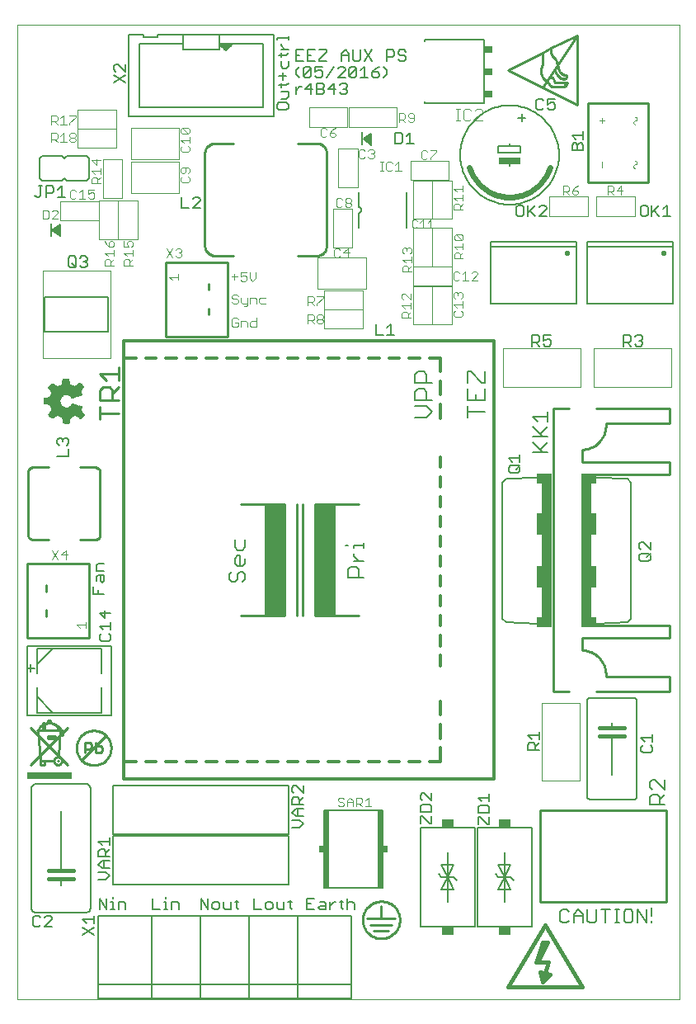
<source format=gto>
G75*
G70*
%OFA0B0*%
%FSLAX24Y24*%
%IPPOS*%
%LPD*%
%AMOC8*
5,1,8,0,0,1.08239X$1,22.5*
%
%ADD10C,0.0160*%
%ADD11C,0.0060*%
%ADD12C,0.0039*%
%ADD13C,0.0040*%
%ADD14R,0.0001X0.0149*%
%ADD15R,0.0001X0.0004*%
%ADD16R,0.0001X0.0010*%
%ADD17R,0.0001X0.0017*%
%ADD18R,0.0001X0.0023*%
%ADD19R,0.0001X0.0029*%
%ADD20R,0.0001X0.0034*%
%ADD21R,0.0001X0.0040*%
%ADD22R,0.0002X0.0043*%
%ADD23R,0.0001X0.0047*%
%ADD24R,0.0001X0.0050*%
%ADD25R,0.0001X0.0054*%
%ADD26R,0.0001X0.0059*%
%ADD27R,0.0001X0.0064*%
%ADD28R,0.0001X0.0015*%
%ADD29R,0.0001X0.0067*%
%ADD30R,0.0001X0.0020*%
%ADD31R,0.0001X0.0070*%
%ADD32R,0.0001X0.0024*%
%ADD33R,0.0001X0.0074*%
%ADD34R,0.0001X0.0027*%
%ADD35R,0.0001X0.0076*%
%ADD36R,0.0001X0.0030*%
%ADD37R,0.0002X0.0081*%
%ADD38R,0.0002X0.0036*%
%ADD39R,0.0001X0.0086*%
%ADD40R,0.0001X0.0044*%
%ADD41R,0.0001X0.0091*%
%ADD42R,0.0001X0.0046*%
%ADD43R,0.0001X0.0094*%
%ADD44R,0.0001X0.0096*%
%ADD45R,0.0001X0.0053*%
%ADD46R,0.0001X0.0099*%
%ADD47R,0.0001X0.0056*%
%ADD48R,0.0001X0.0104*%
%ADD49R,0.0001X0.0060*%
%ADD50R,0.0001X0.0108*%
%ADD51R,0.0001X0.0112*%
%ADD52R,0.0001X0.0117*%
%ADD53R,0.0001X0.0072*%
%ADD54R,0.0002X0.0120*%
%ADD55R,0.0002X0.0075*%
%ADD56R,0.0001X0.0123*%
%ADD57R,0.0001X0.0078*%
%ADD58R,0.0001X0.0126*%
%ADD59R,0.0001X0.0081*%
%ADD60R,0.0001X0.0131*%
%ADD61R,0.0001X0.0136*%
%ADD62R,0.0001X0.0090*%
%ADD63R,0.0001X0.0139*%
%ADD64R,0.0001X0.0144*%
%ADD65R,0.0001X0.0147*%
%ADD66R,0.0001X0.0101*%
%ADD67R,0.0001X0.0150*%
%ADD68R,0.0001X0.0102*%
%ADD69R,0.0001X0.0153*%
%ADD70R,0.0001X0.0106*%
%ADD71R,0.0002X0.0158*%
%ADD72R,0.0002X0.0109*%
%ADD73R,0.0001X0.0164*%
%ADD74R,0.0001X0.0115*%
%ADD75R,0.0001X0.0168*%
%ADD76R,0.0001X0.0120*%
%ADD77R,0.0001X0.0171*%
%ADD78R,0.0001X0.0123*%
%ADD79R,0.0001X0.0172*%
%ADD80R,0.0001X0.0125*%
%ADD81R,0.0001X0.0175*%
%ADD82R,0.0001X0.0128*%
%ADD83R,0.0001X0.0180*%
%ADD84R,0.0001X0.0132*%
%ADD85R,0.0001X0.0186*%
%ADD86R,0.0001X0.0191*%
%ADD87R,0.0001X0.0141*%
%ADD88R,0.0001X0.0194*%
%ADD89R,0.0001X0.0145*%
%ADD90R,0.0002X0.0196*%
%ADD91R,0.0002X0.0149*%
%ADD92R,0.0001X0.0199*%
%ADD93R,0.0001X0.0151*%
%ADD94R,0.0001X0.0204*%
%ADD95R,0.0001X0.0153*%
%ADD96R,0.0001X0.0207*%
%ADD97R,0.0001X0.0158*%
%ADD98R,0.0001X0.0211*%
%ADD99R,0.0001X0.0162*%
%ADD100R,0.0001X0.0216*%
%ADD101R,0.0001X0.0166*%
%ADD102R,0.0001X0.0219*%
%ADD103R,0.0001X0.0007*%
%ADD104R,0.0001X0.0169*%
%ADD105R,0.0001X0.0222*%
%ADD106R,0.0001X0.0011*%
%ADD107R,0.0001X0.0224*%
%ADD108R,0.0001X0.0014*%
%ADD109R,0.0001X0.0176*%
%ADD110R,0.0001X0.0228*%
%ADD111R,0.0001X0.0018*%
%ADD112R,0.0001X0.0179*%
%ADD113R,0.0002X0.0234*%
%ADD114R,0.0002X0.0024*%
%ADD115R,0.0002X0.0183*%
%ADD116R,0.0001X0.0239*%
%ADD117R,0.0001X0.0189*%
%ADD118R,0.0001X0.0241*%
%ADD119R,0.0001X0.0033*%
%ADD120R,0.0001X0.0012*%
%ADD121R,0.0001X0.0192*%
%ADD122R,0.0001X0.0243*%
%ADD123R,0.0001X0.0038*%
%ADD124R,0.0001X0.0246*%
%ADD125R,0.0001X0.0041*%
%ADD126R,0.0001X0.0019*%
%ADD127R,0.0001X0.0196*%
%ADD128R,0.0001X0.0250*%
%ADD129R,0.0001X0.0021*%
%ADD130R,0.0001X0.0201*%
%ADD131R,0.0001X0.0254*%
%ADD132R,0.0001X0.0048*%
%ADD133R,0.0001X0.0258*%
%ADD134R,0.0001X0.0054*%
%ADD135R,0.0001X0.0209*%
%ADD136R,0.0001X0.0263*%
%ADD137R,0.0001X0.0213*%
%ADD138R,0.0001X0.0267*%
%ADD139R,0.0001X0.0063*%
%ADD140R,0.0002X0.0270*%
%ADD141R,0.0002X0.0066*%
%ADD142R,0.0002X0.0045*%
%ADD143R,0.0002X0.0219*%
%ADD144R,0.0001X0.0271*%
%ADD145R,0.0001X0.0220*%
%ADD146R,0.0001X0.0274*%
%ADD147R,0.0001X0.0051*%
%ADD148R,0.0001X0.0223*%
%ADD149R,0.0001X0.0278*%
%ADD150R,0.0001X0.0282*%
%ADD151R,0.0001X0.0231*%
%ADD152R,0.0001X0.0288*%
%ADD153R,0.0001X0.0085*%
%ADD154R,0.0001X0.0236*%
%ADD155R,0.0001X0.0289*%
%ADD156R,0.0001X0.0087*%
%ADD157R,0.0001X0.0066*%
%ADD158R,0.0001X0.0292*%
%ADD159R,0.0001X0.0069*%
%ADD160R,0.0001X0.0297*%
%ADD161R,0.0001X0.0300*%
%ADD162R,0.0001X0.0075*%
%ADD163R,0.0002X0.0305*%
%ADD164R,0.0002X0.0101*%
%ADD165R,0.0002X0.0078*%
%ADD166R,0.0002X0.0251*%
%ADD167R,0.0001X0.0309*%
%ADD168R,0.0001X0.0105*%
%ADD169R,0.0001X0.0083*%
%ADD170R,0.0001X0.0255*%
%ADD171R,0.0001X0.0314*%
%ADD172R,0.0001X0.0110*%
%ADD173R,0.0001X0.0087*%
%ADD174R,0.0001X0.0316*%
%ADD175R,0.0001X0.0113*%
%ADD176R,0.0001X0.0262*%
%ADD177R,0.0001X0.0319*%
%ADD178R,0.0001X0.0114*%
%ADD179R,0.0001X0.0093*%
%ADD180R,0.0001X0.0266*%
%ADD181R,0.0001X0.0321*%
%ADD182R,0.0001X0.0096*%
%ADD183R,0.0001X0.0324*%
%ADD184R,0.0001X0.0270*%
%ADD185R,0.0001X0.0329*%
%ADD186R,0.0001X0.0124*%
%ADD187R,0.0001X0.0275*%
%ADD188R,0.0001X0.0333*%
%ADD189R,0.0001X0.0279*%
%ADD190R,0.0001X0.0336*%
%ADD191R,0.0001X0.0111*%
%ADD192R,0.0001X0.0284*%
%ADD193R,0.0002X0.0339*%
%ADD194R,0.0002X0.0134*%
%ADD195R,0.0002X0.0114*%
%ADD196R,0.0002X0.0286*%
%ADD197R,0.0001X0.0342*%
%ADD198R,0.0001X0.0116*%
%ADD199R,0.0001X0.0491*%
%ADD200R,0.0001X0.0492*%
%ADD201R,0.0001X0.0294*%
%ADD202R,0.0001X0.0495*%
%ADD203R,0.0001X0.0299*%
%ADD204R,0.0001X0.0496*%
%ADD205R,0.0001X0.0127*%
%ADD206R,0.0001X0.0301*%
%ADD207R,0.0001X0.0498*%
%ADD208R,0.0001X0.0304*%
%ADD209R,0.0001X0.0501*%
%ADD210R,0.0001X0.0134*%
%ADD211R,0.0001X0.0308*%
%ADD212R,0.0001X0.0135*%
%ADD213R,0.0001X0.0311*%
%ADD214R,0.0001X0.0504*%
%ADD215R,0.0001X0.0138*%
%ADD216R,0.0002X0.0504*%
%ADD217R,0.0002X0.0141*%
%ADD218R,0.0002X0.0318*%
%ADD219R,0.0001X0.0507*%
%ADD220R,0.0001X0.0323*%
%ADD221R,0.0001X0.0326*%
%ADD222R,0.0001X0.0508*%
%ADD223R,0.0001X0.0152*%
%ADD224R,0.0001X0.0330*%
%ADD225R,0.0001X0.0510*%
%ADD226R,0.0001X0.0494*%
%ADD227R,0.0001X0.0512*%
%ADD228R,0.0001X0.0500*%
%ADD229R,0.0001X0.0513*%
%ADD230R,0.0001X0.0501*%
%ADD231R,0.0002X0.0513*%
%ADD232R,0.0002X0.0501*%
%ADD233R,0.0001X0.0503*%
%ADD234R,0.0001X0.0504*%
%ADD235R,0.0001X0.0506*%
%ADD236R,0.0001X0.0513*%
%ADD237R,0.0001X0.0509*%
%ADD238R,0.0001X0.0511*%
%ADD239R,0.0001X0.0514*%
%ADD240R,0.0001X0.0516*%
%ADD241R,0.0002X0.0513*%
%ADD242R,0.0002X0.0519*%
%ADD243R,0.0001X0.0519*%
%ADD244R,0.0001X0.0520*%
%ADD245R,0.0001X0.0522*%
%ADD246R,0.0001X0.0507*%
%ADD247R,0.0002X0.0509*%
%ADD248R,0.0002X0.0520*%
%ADD249R,0.0001X0.0522*%
%ADD250R,0.0001X0.0505*%
%ADD251R,0.0001X0.0502*%
%ADD252R,0.0001X0.0521*%
%ADD253R,0.0002X0.0503*%
%ADD254R,0.0002X0.0519*%
%ADD255R,0.0001X0.0519*%
%ADD256R,0.0001X0.0499*%
%ADD257R,0.0001X0.0517*%
%ADD258R,0.0002X0.0495*%
%ADD259R,0.0002X0.0514*%
%ADD260R,0.0001X0.0515*%
%ADD261R,0.0001X0.0492*%
%ADD262R,0.0001X0.0490*%
%ADD263R,0.0002X0.0490*%
%ADD264R,0.0002X0.0511*%
%ADD265R,0.0001X0.0489*%
%ADD266R,0.0001X0.0489*%
%ADD267R,0.0001X0.0488*%
%ADD268R,0.0001X0.0485*%
%ADD269R,0.0001X0.0483*%
%ADD270R,0.0002X0.0483*%
%ADD271R,0.0002X0.0507*%
%ADD272R,0.0001X0.0483*%
%ADD273R,0.0001X0.0481*%
%ADD274R,0.0001X0.0480*%
%ADD275R,0.0002X0.0480*%
%ADD276R,0.0002X0.0501*%
%ADD277R,0.0001X0.0479*%
%ADD278R,0.0001X0.0477*%
%ADD279R,0.0001X0.0477*%
%ADD280R,0.0001X0.0475*%
%ADD281R,0.0001X0.0474*%
%ADD282R,0.0001X0.0472*%
%ADD283R,0.0002X0.0472*%
%ADD284R,0.0002X0.0498*%
%ADD285R,0.0001X0.0471*%
%ADD286R,0.0001X0.0473*%
%ADD287R,0.0001X0.0471*%
%ADD288R,0.0001X0.0470*%
%ADD289R,0.0001X0.0468*%
%ADD290R,0.0001X0.0469*%
%ADD291R,0.0002X0.0468*%
%ADD292R,0.0002X0.0491*%
%ADD293R,0.0001X0.0466*%
%ADD294R,0.0001X0.0465*%
%ADD295R,0.0001X0.0464*%
%ADD296R,0.0001X0.0462*%
%ADD297R,0.0002X0.0462*%
%ADD298R,0.0002X0.0489*%
%ADD299R,0.0001X0.0461*%
%ADD300R,0.0001X0.0460*%
%ADD301R,0.0001X0.0459*%
%ADD302R,0.0001X0.0484*%
%ADD303R,0.0001X0.0457*%
%ADD304R,0.0001X0.0459*%
%ADD305R,0.0002X0.0458*%
%ADD306R,0.0002X0.0484*%
%ADD307R,0.0001X0.0456*%
%ADD308R,0.0001X0.0455*%
%ADD309R,0.0001X0.0453*%
%ADD310R,0.0001X0.0451*%
%ADD311R,0.0001X0.0453*%
%ADD312R,0.0001X0.0450*%
%ADD313R,0.0002X0.0451*%
%ADD314R,0.0001X0.0478*%
%ADD315R,0.0001X0.0449*%
%ADD316R,0.0001X0.0476*%
%ADD317R,0.0001X0.0447*%
%ADD318R,0.0001X0.0474*%
%ADD319R,0.0002X0.0449*%
%ADD320R,0.0002X0.0476*%
%ADD321R,0.0001X0.0454*%
%ADD322R,0.0002X0.0469*%
%ADD323R,0.0001X0.0468*%
%ADD324R,0.0001X0.0467*%
%ADD325R,0.0002X0.0473*%
%ADD326R,0.0002X0.0468*%
%ADD327R,0.0002X0.0486*%
%ADD328R,0.0002X0.0474*%
%ADD329R,0.0001X0.0487*%
%ADD330R,0.0001X0.0497*%
%ADD331R,0.0001X0.0486*%
%ADD332R,0.0002X0.0500*%
%ADD333R,0.0002X0.0487*%
%ADD334R,0.0001X0.0498*%
%ADD335R,0.0002X0.0524*%
%ADD336R,0.0001X0.0524*%
%ADD337R,0.0001X0.0525*%
%ADD338R,0.0001X0.0528*%
%ADD339R,0.0001X0.0529*%
%ADD340R,0.0001X0.0533*%
%ADD341R,0.0001X0.0534*%
%ADD342R,0.0001X0.0523*%
%ADD343R,0.0001X0.0536*%
%ADD344R,0.0002X0.0537*%
%ADD345R,0.0002X0.0527*%
%ADD346R,0.0001X0.0537*%
%ADD347R,0.0001X0.0528*%
%ADD348R,0.0001X0.0539*%
%ADD349R,0.0001X0.0530*%
%ADD350R,0.0001X0.0540*%
%ADD351R,0.0001X0.0541*%
%ADD352R,0.0001X0.0531*%
%ADD353R,0.0001X0.0543*%
%ADD354R,0.0001X0.0544*%
%ADD355R,0.0002X0.0546*%
%ADD356R,0.0002X0.0536*%
%ADD357R,0.0001X0.0547*%
%ADD358R,0.0001X0.0551*%
%ADD359R,0.0001X0.0552*%
%ADD360R,0.0001X0.0554*%
%ADD361R,0.0001X0.0555*%
%ADD362R,0.0002X0.0555*%
%ADD363R,0.0002X0.0547*%
%ADD364R,0.0001X0.0549*%
%ADD365R,0.0001X0.0548*%
%ADD366R,0.0001X0.0538*%
%ADD367R,0.0001X0.0537*%
%ADD368R,0.0002X0.0533*%
%ADD369R,0.0001X0.0531*%
%ADD370R,0.0001X0.0526*%
%ADD371R,0.0001X0.0518*%
%ADD372R,0.0002X0.0498*%
%ADD373R,0.0002X0.0496*%
%ADD374R,0.0001X0.0486*%
%ADD375R,0.0002X0.0485*%
%ADD376R,0.0001X0.0482*%
%ADD377R,0.0002X0.0477*%
%ADD378R,0.0002X0.0530*%
%ADD379R,0.0002X0.0464*%
%ADD380R,0.0001X0.0561*%
%ADD381R,0.0001X0.0570*%
%ADD382R,0.0001X0.0576*%
%ADD383R,0.0001X0.0581*%
%ADD384R,0.0001X0.0585*%
%ADD385R,0.0001X0.0589*%
%ADD386R,0.0002X0.0600*%
%ADD387R,0.0001X0.0614*%
%ADD388R,0.0001X0.0623*%
%ADD389R,0.0001X0.0630*%
%ADD390R,0.0001X0.0633*%
%ADD391R,0.0001X0.0638*%
%ADD392R,0.0001X0.0645*%
%ADD393R,0.0001X0.0657*%
%ADD394R,0.0001X0.0556*%
%ADD395R,0.0001X0.0669*%
%ADD396R,0.0001X0.0674*%
%ADD397R,0.0001X0.0579*%
%ADD398R,0.0002X0.0676*%
%ADD399R,0.0002X0.0585*%
%ADD400R,0.0001X0.0678*%
%ADD401R,0.0001X0.0590*%
%ADD402R,0.0001X0.0679*%
%ADD403R,0.0001X0.0596*%
%ADD404R,0.0001X0.0681*%
%ADD405R,0.0001X0.0606*%
%ADD406R,0.0001X0.0620*%
%ADD407R,0.0001X0.0682*%
%ADD408R,0.0001X0.0633*%
%ADD409R,0.0001X0.0684*%
%ADD410R,0.0001X0.0639*%
%ADD411R,0.0001X0.0649*%
%ADD412R,0.0001X0.0684*%
%ADD413R,0.0001X0.0655*%
%ADD414R,0.0002X0.0683*%
%ADD415R,0.0002X0.0664*%
%ADD416R,0.0001X0.0683*%
%ADD417R,0.0001X0.0670*%
%ADD418R,0.0001X0.0671*%
%ADD419R,0.0001X0.0681*%
%ADD420R,0.0001X0.0672*%
%ADD421R,0.0001X0.0680*%
%ADD422R,0.0001X0.0675*%
%ADD423R,0.0001X0.0676*%
%ADD424R,0.0002X0.0680*%
%ADD425R,0.0002X0.0678*%
%ADD426R,0.0001X0.0678*%
%ADD427R,0.0002X0.0675*%
%ADD428R,0.0002X0.0672*%
%ADD429R,0.0001X0.0672*%
%ADD430R,0.0002X0.0671*%
%ADD431R,0.0002X0.0670*%
%ADD432R,0.0001X0.0669*%
%ADD433R,0.0001X0.0667*%
%ADD434R,0.0002X0.0669*%
%ADD435R,0.0002X0.0667*%
%ADD436R,0.0001X0.0668*%
%ADD437R,0.0001X0.0666*%
%ADD438R,0.0002X0.0668*%
%ADD439R,0.0002X0.0666*%
%ADD440R,0.0001X0.0666*%
%ADD441R,0.0001X0.0664*%
%ADD442R,0.0001X0.0663*%
%ADD443R,0.0002X0.0666*%
%ADD444R,0.0002X0.0663*%
%ADD445R,0.0001X0.0665*%
%ADD446R,0.0002X0.0674*%
%ADD447R,0.0001X0.0677*%
%ADD448R,0.0002X0.0678*%
%ADD449R,0.0002X0.0682*%
%ADD450R,0.0001X0.0686*%
%ADD451R,0.0002X0.0686*%
%ADD452R,0.0001X0.0687*%
%ADD453R,0.0001X0.0689*%
%ADD454R,0.0001X0.0653*%
%ADD455R,0.0001X0.0641*%
%ADD456R,0.0001X0.0626*%
%ADD457R,0.0001X0.0616*%
%ADD458R,0.0001X0.0687*%
%ADD459R,0.0001X0.0612*%
%ADD460R,0.0001X0.0688*%
%ADD461R,0.0001X0.0606*%
%ADD462R,0.0001X0.0601*%
%ADD463R,0.0002X0.0591*%
%ADD464R,0.0001X0.0567*%
%ADD465R,0.0001X0.0560*%
%ADD466R,0.0001X0.0659*%
%ADD467R,0.0001X0.0516*%
%ADD468R,0.0001X0.0639*%
%ADD469R,0.0002X0.0502*%
%ADD470R,0.0002X0.0633*%
%ADD471R,0.0001X0.0608*%
%ADD472R,0.0001X0.0582*%
%ADD473R,0.0001X0.0577*%
%ADD474R,0.0002X0.0569*%
%ADD475R,0.0001X0.0546*%
%ADD476R,0.0002X0.0486*%
%ADD477R,0.0001X0.0493*%
%ADD478R,0.0002X0.0516*%
%ADD479R,0.0001X0.0532*%
%ADD480R,0.0002X0.0534*%
%ADD481R,0.0002X0.0535*%
%ADD482R,0.0001X0.0543*%
%ADD483R,0.0001X0.0553*%
%ADD484R,0.0001X0.0559*%
%ADD485R,0.0001X0.0564*%
%ADD486R,0.0001X0.0564*%
%ADD487R,0.0001X0.0567*%
%ADD488R,0.0001X0.0569*%
%ADD489R,0.0002X0.0570*%
%ADD490R,0.0002X0.0571*%
%ADD491R,0.0001X0.0571*%
%ADD492R,0.0001X0.0573*%
%ADD493R,0.0001X0.0574*%
%ADD494R,0.0001X0.0576*%
%ADD495R,0.0001X0.0600*%
%ADD496R,0.0001X0.0611*%
%ADD497R,0.0001X0.0618*%
%ADD498R,0.0001X0.0621*%
%ADD499R,0.0001X0.1269*%
%ADD500R,0.0001X0.1267*%
%ADD501R,0.0001X0.1266*%
%ADD502R,0.0002X0.1266*%
%ADD503R,0.0001X0.1264*%
%ADD504R,0.0001X0.1261*%
%ADD505R,0.0001X0.1260*%
%ADD506R,0.0001X0.1259*%
%ADD507R,0.0001X0.1256*%
%ADD508R,0.0001X0.1254*%
%ADD509R,0.0001X0.1253*%
%ADD510R,0.0001X0.1251*%
%ADD511R,0.0002X0.1251*%
%ADD512R,0.0001X0.1248*%
%ADD513R,0.0001X0.1245*%
%ADD514R,0.0001X0.1244*%
%ADD515R,0.0001X0.1242*%
%ADD516R,0.0001X0.1239*%
%ADD517R,0.0001X0.1237*%
%ADD518R,0.0002X0.1236*%
%ADD519R,0.0001X0.1233*%
%ADD520R,0.0001X0.1230*%
%ADD521R,0.0001X0.1229*%
%ADD522R,0.0001X0.1227*%
%ADD523R,0.0001X0.1226*%
%ADD524R,0.0001X0.1224*%
%ADD525R,0.0002X0.1223*%
%ADD526R,0.0001X0.1219*%
%ADD527R,0.0001X0.1216*%
%ADD528R,0.0001X0.1215*%
%ADD529R,0.0001X0.1214*%
%ADD530R,0.0001X0.1212*%
%ADD531R,0.0001X0.1209*%
%ADD532R,0.0002X0.1207*%
%ADD533R,0.0001X0.1206*%
%ADD534R,0.0001X0.1204*%
%ADD535R,0.0001X0.1201*%
%ADD536R,0.0001X0.1200*%
%ADD537R,0.0001X0.1199*%
%ADD538R,0.0001X0.1196*%
%ADD539R,0.0001X0.1194*%
%ADD540R,0.0001X0.1193*%
%ADD541R,0.0001X0.1191*%
%ADD542R,0.0002X0.1191*%
%ADD543R,0.0001X0.1188*%
%ADD544R,0.0001X0.1185*%
%ADD545R,0.0001X0.1184*%
%ADD546R,0.0001X0.1181*%
%ADD547R,0.0001X0.1177*%
%ADD548R,0.0001X0.1176*%
%ADD549R,0.0001X0.1174*%
%ADD550R,0.0001X0.1173*%
%ADD551R,0.0002X0.1170*%
%ADD552R,0.0001X0.1170*%
%ADD553R,0.0001X0.1169*%
%ADD554R,0.0001X0.1166*%
%ADD555R,0.0001X0.1164*%
%ADD556R,0.0001X0.1163*%
%ADD557R,0.0002X0.1163*%
%ADD558R,0.0001X0.1167*%
%ADD559R,0.0001X0.1171*%
%ADD560R,0.0001X0.1179*%
%ADD561R,0.0001X0.1182*%
%ADD562R,0.0002X0.1182*%
%ADD563R,0.0001X0.1188*%
%ADD564R,0.0001X0.1190*%
%ADD565R,0.0001X0.1197*%
%ADD566R,0.0002X0.1204*%
%ADD567R,0.0001X0.1207*%
%ADD568R,0.0001X0.1210*%
%ADD569R,0.0001X0.1213*%
%ADD570R,0.0001X0.1217*%
%ADD571R,0.0001X0.1218*%
%ADD572R,0.0001X0.1220*%
%ADD573R,0.0001X0.1221*%
%ADD574R,0.0001X0.1223*%
%ADD575R,0.0002X0.1226*%
%ADD576R,0.0001X0.1236*%
%ADD577R,0.0001X0.1239*%
%ADD578R,0.0001X0.1240*%
%ADD579R,0.0001X0.1243*%
%ADD580R,0.0002X0.1248*%
%ADD581R,0.0001X0.1248*%
%ADD582R,0.0001X0.1251*%
%ADD583R,0.0001X0.1257*%
%ADD584R,0.0001X0.1263*%
%ADD585R,0.0002X0.1267*%
%ADD586R,0.0001X0.1270*%
%ADD587R,0.0001X0.1274*%
%ADD588R,0.0001X0.1275*%
%ADD589R,0.0001X0.1278*%
%ADD590R,0.0001X0.1280*%
%ADD591R,0.0001X0.1281*%
%ADD592R,0.0001X0.1284*%
%ADD593R,0.0001X0.1286*%
%ADD594R,0.0001X0.1289*%
%ADD595R,0.0002X0.1290*%
%ADD596R,0.0001X0.1291*%
%ADD597R,0.0001X0.1294*%
%ADD598R,0.0001X0.1296*%
%ADD599R,0.0001X0.1299*%
%ADD600R,0.0001X0.1300*%
%ADD601R,0.0001X0.1302*%
%ADD602R,0.0001X0.1304*%
%ADD603R,0.0001X0.1306*%
%ADD604R,0.0001X0.1308*%
%ADD605R,0.0002X0.1311*%
%ADD606R,0.0001X0.1313*%
%ADD607R,0.0001X0.1316*%
%ADD608R,0.0001X0.1317*%
%ADD609R,0.0001X0.1320*%
%ADD610R,0.0001X0.1323*%
%ADD611R,0.0001X0.1326*%
%ADD612R,0.0001X0.1329*%
%ADD613R,0.0002X0.1332*%
%ADD614R,0.0001X0.1335*%
%ADD615R,0.0001X0.1336*%
%ADD616R,0.0001X0.1340*%
%ADD617R,0.0001X0.1343*%
%ADD618R,0.0001X0.1346*%
%ADD619R,0.0001X0.1347*%
%ADD620R,0.0001X0.1350*%
%ADD621R,0.0002X0.1353*%
%ADD622R,0.0001X0.1356*%
%ADD623R,0.0001X0.1357*%
%ADD624R,0.0001X0.1360*%
%ADD625R,0.0001X0.1364*%
%ADD626R,0.0001X0.1365*%
%ADD627R,0.0001X0.1368*%
%ADD628R,0.0001X0.1369*%
%ADD629R,0.0001X0.1373*%
%ADD630R,0.0002X0.1374*%
%ADD631R,0.0001X0.1377*%
%ADD632R,0.0001X0.1379*%
%ADD633R,0.0001X0.1380*%
%ADD634R,0.0001X0.1383*%
%ADD635R,0.0001X0.1386*%
%ADD636R,0.0001X0.1387*%
%ADD637R,0.0001X0.1391*%
%ADD638R,0.0001X0.1394*%
%ADD639R,0.0002X0.1395*%
%ADD640R,0.0001X0.1398*%
%ADD641R,0.0001X0.1401*%
%ADD642R,0.0001X0.1403*%
%ADD643R,0.0001X0.1406*%
%ADD644R,0.0001X0.1407*%
%ADD645R,0.0001X0.1409*%
%ADD646R,0.0001X0.1411*%
%ADD647R,0.0001X0.1414*%
%ADD648R,0.0002X0.1416*%
%ADD649R,0.0001X0.1419*%
%ADD650R,0.0001X0.1421*%
%ADD651R,0.0001X0.1422*%
%ADD652R,0.0001X0.1424*%
%ADD653R,0.0001X0.1426*%
%ADD654R,0.0001X0.1428*%
%ADD655R,0.0002X0.1429*%
%ADD656R,0.0001X0.1429*%
%ADD657R,0.0001X0.1425*%
%ADD658R,0.0002X0.1421*%
%ADD659R,0.0001X0.1418*%
%ADD660R,0.0001X0.1416*%
%ADD661R,0.0001X0.1413*%
%ADD662R,0.0001X0.1410*%
%ADD663R,0.0001X0.1404*%
%ADD664R,0.0001X0.1401*%
%ADD665R,0.0001X0.0346*%
%ADD666R,0.0001X0.1044*%
%ADD667R,0.0002X0.0342*%
%ADD668R,0.0002X0.1040*%
%ADD669R,0.0001X0.0337*%
%ADD670R,0.0001X0.1034*%
%ADD671R,0.0001X0.0357*%
%ADD672R,0.0001X0.0660*%
%ADD673R,0.0001X0.0353*%
%ADD674R,0.0001X0.0327*%
%ADD675R,0.0001X0.0349*%
%ADD676R,0.0001X0.0321*%
%ADD677R,0.0001X0.0648*%
%ADD678R,0.0001X0.0344*%
%ADD679R,0.0001X0.0317*%
%ADD680R,0.0001X0.0339*%
%ADD681R,0.0001X0.0312*%
%ADD682R,0.0001X0.0631*%
%ADD683R,0.0001X0.0334*%
%ADD684R,0.0001X0.0309*%
%ADD685R,0.0002X0.0307*%
%ADD686R,0.0002X0.0623*%
%ADD687R,0.0002X0.0327*%
%ADD688R,0.0001X0.0618*%
%ADD689R,0.0001X0.0297*%
%ADD690R,0.0001X0.0607*%
%ADD691R,0.0001X0.0320*%
%ADD692R,0.0001X0.0293*%
%ADD693R,0.0001X0.0599*%
%ADD694R,0.0001X0.0313*%
%ADD695R,0.0001X0.0285*%
%ADD696R,0.0001X0.0584*%
%ADD697R,0.0001X0.0303*%
%ADD698R,0.0001X0.0281*%
%ADD699R,0.0002X0.0273*%
%ADD700R,0.0002X0.0563*%
%ADD701R,0.0002X0.0293*%
%ADD702R,0.0001X0.0264*%
%ADD703R,0.0001X0.0259*%
%ADD704R,0.0001X0.0256*%
%ADD705R,0.0001X0.0276*%
%ADD706R,0.0001X0.0252*%
%ADD707R,0.0001X0.0273*%
%ADD708R,0.0001X0.0248*%
%ADD709R,0.0001X0.0269*%
%ADD710R,0.0001X0.0245*%
%ADD711R,0.0001X0.0240*%
%ADD712R,0.0002X0.0237*%
%ADD713R,0.0002X0.0256*%
%ADD714R,0.0001X0.0234*%
%ADD715R,0.0001X0.0232*%
%ADD716R,0.0001X0.0251*%
%ADD717R,0.0001X0.0228*%
%ADD718R,0.0001X0.0246*%
%ADD719R,0.0001X0.0456*%
%ADD720R,0.0001X0.0219*%
%ADD721R,0.0001X0.0444*%
%ADD722R,0.0001X0.0237*%
%ADD723R,0.0001X0.0214*%
%ADD724R,0.0001X0.0436*%
%ADD725R,0.0001X0.0432*%
%ADD726R,0.0001X0.0231*%
%ADD727R,0.0001X0.0210*%
%ADD728R,0.0001X0.0426*%
%ADD729R,0.0001X0.0420*%
%ADD730R,0.0001X0.0226*%
%ADD731R,0.0002X0.0204*%
%ADD732R,0.0002X0.0409*%
%ADD733R,0.0002X0.0222*%
%ADD734R,0.0001X0.0391*%
%ADD735R,0.0001X0.0217*%
%ADD736R,0.0001X0.0376*%
%ADD737R,0.0001X0.0368*%
%ADD738R,0.0001X0.0189*%
%ADD739R,0.0001X0.0361*%
%ADD740R,0.0001X0.0206*%
%ADD741R,0.0001X0.0186*%
%ADD742R,0.0001X0.0356*%
%ADD743R,0.0001X0.0181*%
%ADD744R,0.0001X0.0345*%
%ADD745R,0.0001X0.0173*%
%ADD746R,0.0001X0.0331*%
%ADD747R,0.0001X0.0190*%
%ADD748R,0.0001X0.0168*%
%ADD749R,0.0002X0.0165*%
%ADD750R,0.0001X0.0162*%
%ADD751R,0.0001X0.0159*%
%ADD752R,0.0001X0.0177*%
%ADD753R,0.0001X0.0156*%
%ADD754R,0.0001X0.0324*%
%ADD755R,0.0001X0.0174*%
%ADD756R,0.0001X0.0167*%
%ADD757R,0.0001X0.0146*%
%ADD758R,0.0001X0.0163*%
%ADD759R,0.0001X0.0141*%
%ADD760R,0.0001X0.0140*%
%ADD761R,0.0001X0.0137*%
%ADD762R,0.0001X0.0133*%
%ADD763R,0.0002X0.0129*%
%ADD764R,0.0002X0.0321*%
%ADD765R,0.0002X0.0146*%
%ADD766R,0.0001X0.0119*%
%ADD767R,0.0001X0.0129*%
%ADD768R,0.0001X0.0111*%
%ADD769R,0.0001X0.0126*%
%ADD770R,0.0001X0.0318*%
%ADD771R,0.0001X0.0097*%
%ADD772R,0.0001X0.0315*%
%ADD773R,0.0002X0.0089*%
%ADD774R,0.0002X0.0315*%
%ADD775R,0.0002X0.0105*%
%ADD776R,0.0001X0.0079*%
%ADD777R,0.0001X0.0089*%
%ADD778R,0.0001X0.0069*%
%ADD779R,0.0001X0.0084*%
%ADD780R,0.0001X0.0057*%
%ADD781R,0.0002X0.0052*%
%ADD782R,0.0002X0.0311*%
%ADD783R,0.0002X0.0066*%
%ADD784R,0.0001X0.0061*%
%ADD785R,0.0001X0.0042*%
%ADD786R,0.0001X0.0055*%
%ADD787R,0.0001X0.0039*%
%ADD788R,0.0001X0.0052*%
%ADD789R,0.0001X0.0036*%
%ADD790R,0.0001X0.0049*%
%ADD791R,0.0001X0.0307*%
%ADD792R,0.0001X0.0045*%
%ADD793R,0.0001X0.0022*%
%ADD794R,0.0001X0.0035*%
%ADD795R,0.0002X0.0025*%
%ADD796R,0.0001X0.0306*%
%ADD797R,0.0001X0.0018*%
%ADD798R,0.0001X0.0008*%
%ADD799R,0.0002X0.0300*%
%ADD800R,0.0001X0.0296*%
%ADD801R,0.0002X0.0294*%
%ADD802R,0.0001X0.0294*%
%ADD803R,0.0001X0.0291*%
%ADD804R,0.0002X0.0291*%
%ADD805R,0.0001X0.0286*%
%ADD806R,0.0002X0.0281*%
%ADD807R,0.0001X0.0277*%
%ADD808R,0.0001X0.0276*%
%ADD809R,0.0002X0.0266*%
%ADD810R,0.0001X0.0264*%
%ADD811R,0.0001X0.0261*%
%ADD812R,0.0002X0.0259*%
%ADD813R,0.0002X0.0254*%
%ADD814R,0.0002X0.0248*%
%ADD815R,0.0002X0.0218*%
%ADD816R,0.0001X0.0157*%
%ADD817C,0.0050*%
%ADD818C,0.0100*%
%ADD819C,0.0070*%
%ADD820C,0.0090*%
%ADD821R,0.0900X0.0250*%
%ADD822C,0.0240*%
%ADD823C,0.0020*%
%ADD824R,0.0079X0.0551*%
%ADD825C,0.0030*%
%ADD826R,0.0500X0.0350*%
%ADD827R,0.0400X0.6200*%
%ADD828R,0.0200X0.0400*%
%ADD829R,0.0200X0.0850*%
%ADD830C,0.0217*%
%ADD831R,0.0197X0.3150*%
%ADD832R,0.0225X0.0300*%
%ADD833C,0.0080*%
%ADD834R,0.1800X0.0300*%
%ADD835C,0.0120*%
%ADD836R,0.0750X0.4500*%
%ADD837R,0.0327X0.0299*%
%ADD838R,0.0358X0.0299*%
D10*
X007862Y010277D02*
X008362Y010277D01*
X008862Y010277D01*
X008862Y010627D02*
X008362Y010627D01*
X007862Y010627D01*
X026422Y005927D02*
X029422Y005927D01*
X027922Y008427D01*
X026422Y005927D01*
X027799Y006220D02*
X027915Y006220D01*
X027822Y006177D02*
X028072Y006927D01*
X027572Y006927D01*
X027822Y007677D01*
X027802Y007646D02*
X027982Y007646D01*
X028022Y007727D02*
X027622Y006927D01*
X027822Y007727D01*
X028022Y007727D01*
X027902Y007488D02*
X027762Y007488D01*
X027723Y007329D02*
X027823Y007329D01*
X027744Y007171D02*
X027683Y007171D01*
X027665Y007012D02*
X027643Y007012D01*
X027722Y006527D02*
X028122Y006427D01*
X027822Y006127D01*
X027722Y006527D01*
X027759Y006378D02*
X028073Y006378D01*
X030137Y016052D02*
X030637Y016052D01*
X031137Y016052D01*
X031137Y016402D02*
X030637Y016402D01*
X030137Y016402D01*
D11*
X030637Y016402D02*
X030637Y016602D01*
X030637Y016052D02*
X030637Y014502D01*
X031537Y013502D02*
X031554Y013504D01*
X031571Y013508D01*
X031587Y013515D01*
X031601Y013525D01*
X031614Y013538D01*
X031624Y013552D01*
X031631Y013568D01*
X031635Y013585D01*
X031637Y013602D01*
X031637Y017502D01*
X031635Y017519D01*
X031631Y017536D01*
X031624Y017552D01*
X031614Y017566D01*
X031601Y017579D01*
X031587Y017589D01*
X031571Y017596D01*
X031554Y017600D01*
X031537Y017602D01*
X029737Y017602D01*
X029720Y017600D01*
X029703Y017596D01*
X029687Y017589D01*
X029673Y017579D01*
X029660Y017566D01*
X029650Y017552D01*
X029643Y017536D01*
X029639Y017519D01*
X029637Y017502D01*
X029637Y013602D01*
X029639Y013585D01*
X029643Y013568D01*
X029650Y013552D01*
X029660Y013538D01*
X029673Y013525D01*
X029687Y013515D01*
X029703Y013508D01*
X029720Y013504D01*
X029737Y013502D01*
X031537Y013502D01*
X032225Y009138D02*
X032225Y008777D01*
X032225Y008597D02*
X032225Y008507D01*
X032033Y008507D02*
X032033Y009048D01*
X031673Y009048D02*
X032033Y008507D01*
X031673Y008507D02*
X031673Y009048D01*
X031481Y008958D02*
X031391Y009048D01*
X031211Y009048D01*
X031120Y008958D01*
X031120Y008597D01*
X031211Y008507D01*
X031391Y008507D01*
X031481Y008597D01*
X031481Y008958D01*
X030932Y009048D02*
X030752Y009048D01*
X030842Y009048D02*
X030842Y008507D01*
X030752Y008507D02*
X030932Y008507D01*
X030380Y008507D02*
X030380Y009048D01*
X030200Y009048D02*
X030560Y009048D01*
X030008Y009048D02*
X030008Y008597D01*
X029917Y008507D01*
X029737Y008507D01*
X029647Y008597D01*
X029647Y009048D01*
X029455Y008867D02*
X029455Y008507D01*
X029455Y008777D02*
X029095Y008777D01*
X029095Y008867D02*
X029275Y009048D01*
X029455Y008867D01*
X029095Y008867D02*
X029095Y008507D01*
X028903Y008597D02*
X028813Y008507D01*
X028632Y008507D01*
X028542Y008597D01*
X028542Y008958D01*
X028632Y009048D01*
X028813Y009048D01*
X028903Y008958D01*
X027398Y008362D02*
X027398Y012362D01*
X025198Y012362D01*
X025198Y008362D01*
X027398Y008362D01*
X026298Y009362D02*
X026298Y011362D01*
X025923Y010487D02*
X026048Y010362D01*
X026548Y010362D01*
X026673Y010237D01*
X025092Y008362D02*
X025092Y012362D01*
X022892Y012362D01*
X022892Y008362D01*
X025092Y008362D01*
X023992Y009362D02*
X023992Y011362D01*
X023617Y010487D02*
X023742Y010362D01*
X024242Y010362D01*
X024367Y010237D01*
X020219Y009277D02*
X020219Y009057D01*
X020219Y009277D02*
X020146Y009351D01*
X019999Y009351D01*
X019926Y009277D01*
X019766Y009351D02*
X019619Y009351D01*
X019692Y009424D02*
X019692Y009131D01*
X019766Y009057D01*
X019926Y009057D02*
X019926Y009498D01*
X019455Y009351D02*
X019382Y009351D01*
X019235Y009204D01*
X019235Y009057D02*
X019235Y009351D01*
X019068Y009277D02*
X019068Y009057D01*
X018848Y009057D01*
X018775Y009131D01*
X018848Y009204D01*
X019068Y009204D01*
X019068Y009277D02*
X018995Y009351D01*
X018848Y009351D01*
X018608Y009498D02*
X018314Y009498D01*
X018314Y009057D01*
X018608Y009057D01*
X018461Y009277D02*
X018314Y009277D01*
X017694Y009351D02*
X017547Y009351D01*
X017620Y009424D02*
X017620Y009131D01*
X017694Y009057D01*
X017380Y009057D02*
X017380Y009351D01*
X017087Y009351D02*
X017087Y009131D01*
X017160Y009057D01*
X017380Y009057D01*
X016920Y009131D02*
X016920Y009277D01*
X016846Y009351D01*
X016700Y009351D01*
X016626Y009277D01*
X016626Y009131D01*
X016700Y009057D01*
X016846Y009057D01*
X016920Y009131D01*
X016459Y009057D02*
X016166Y009057D01*
X016166Y009498D01*
X015545Y009351D02*
X015398Y009351D01*
X015472Y009424D02*
X015472Y009131D01*
X015545Y009057D01*
X015232Y009057D02*
X015232Y009351D01*
X015232Y009057D02*
X015011Y009057D01*
X014938Y009131D01*
X014938Y009351D01*
X014771Y009277D02*
X014698Y009351D01*
X014551Y009351D01*
X014478Y009277D01*
X014478Y009131D01*
X014551Y009057D01*
X014698Y009057D01*
X014771Y009131D01*
X014771Y009277D01*
X014311Y009057D02*
X014311Y009498D01*
X014017Y009498D02*
X014017Y009057D01*
X014311Y009057D02*
X014017Y009498D01*
X013127Y009277D02*
X013127Y009057D01*
X013127Y009277D02*
X013053Y009351D01*
X012833Y009351D01*
X012833Y009057D01*
X012673Y009057D02*
X012526Y009057D01*
X012600Y009057D02*
X012600Y009351D01*
X012526Y009351D01*
X012600Y009498D02*
X012600Y009571D01*
X012359Y009057D02*
X012066Y009057D01*
X012066Y009498D01*
X010978Y009277D02*
X010978Y009057D01*
X010978Y009277D02*
X010905Y009351D01*
X010685Y009351D01*
X010685Y009057D01*
X010524Y009057D02*
X010378Y009057D01*
X010451Y009057D02*
X010451Y009351D01*
X010378Y009351D01*
X010451Y009498D02*
X010451Y009571D01*
X010211Y009498D02*
X010211Y009057D01*
X009917Y009498D01*
X009917Y009057D01*
X009562Y009127D02*
X009562Y013927D01*
X009560Y013953D01*
X009555Y013979D01*
X009547Y014004D01*
X009535Y014027D01*
X009521Y014049D01*
X009503Y014068D01*
X009484Y014086D01*
X009462Y014100D01*
X009439Y014112D01*
X009414Y014120D01*
X009388Y014125D01*
X009362Y014127D01*
X007362Y014127D01*
X007336Y014125D01*
X007310Y014120D01*
X007285Y014112D01*
X007262Y014100D01*
X007240Y014086D01*
X007221Y014068D01*
X007203Y014049D01*
X007189Y014027D01*
X007177Y014004D01*
X007169Y013979D01*
X007164Y013953D01*
X007162Y013927D01*
X007162Y009127D01*
X007164Y009101D01*
X007169Y009075D01*
X007177Y009050D01*
X007189Y009027D01*
X007203Y009005D01*
X007221Y008986D01*
X007240Y008968D01*
X007262Y008954D01*
X007285Y008942D01*
X007310Y008934D01*
X007336Y008929D01*
X007362Y008927D01*
X009362Y008927D01*
X009388Y008929D01*
X009414Y008934D01*
X009439Y008942D01*
X009462Y008954D01*
X009484Y008968D01*
X009503Y008986D01*
X009521Y009005D01*
X009535Y009027D01*
X009547Y009050D01*
X009555Y009075D01*
X009560Y009101D01*
X009562Y009127D01*
X008362Y010027D02*
X008362Y010277D01*
X008362Y010627D02*
X008362Y013027D01*
X008037Y017002D02*
X007387Y017652D01*
X007387Y017002D01*
X009987Y017002D01*
X009987Y018022D01*
X009987Y018582D02*
X009987Y019602D01*
X007387Y019602D01*
X007387Y018582D01*
X007297Y018802D02*
X006997Y018802D01*
X007147Y018952D02*
X007147Y018652D01*
X007387Y018952D02*
X008037Y019602D01*
X006987Y019702D02*
X010387Y019702D01*
X010387Y016902D01*
X006987Y016902D01*
X006987Y019702D01*
X007387Y018022D02*
X007387Y017652D01*
X008337Y036252D02*
X008012Y036502D01*
X008337Y036727D01*
X008337Y036252D01*
X008337Y036257D02*
X008331Y036257D01*
X008337Y036315D02*
X008255Y036315D01*
X008179Y036374D02*
X008337Y036374D01*
X008337Y036432D02*
X008103Y036432D01*
X008027Y036491D02*
X008337Y036491D01*
X008337Y036549D02*
X008080Y036549D01*
X008165Y036608D02*
X008337Y036608D01*
X008337Y036666D02*
X008249Y036666D01*
X008334Y036725D02*
X008337Y036725D01*
X008387Y038477D02*
X007587Y038477D01*
X007487Y038577D01*
X007487Y039377D01*
X007587Y039477D01*
X008387Y039477D01*
X008487Y039377D01*
X008587Y039477D01*
X009387Y039477D01*
X009487Y039377D01*
X009487Y038577D01*
X009387Y038477D01*
X008587Y038477D01*
X008487Y038577D01*
X008387Y038477D01*
X020382Y038012D02*
X020382Y037422D01*
X020403Y037420D01*
X020423Y037415D01*
X020442Y037406D01*
X020459Y037394D01*
X020474Y037379D01*
X020486Y037362D01*
X020495Y037343D01*
X020500Y037323D01*
X020502Y037302D01*
X020500Y037281D01*
X020495Y037261D01*
X020486Y037242D01*
X020474Y037225D01*
X020459Y037210D01*
X020442Y037198D01*
X020423Y037189D01*
X020403Y037184D01*
X020382Y037182D01*
X020382Y036592D01*
X022342Y036592D02*
X022342Y038012D01*
X020912Y039927D02*
X020587Y040177D01*
X020912Y040402D01*
X020912Y039927D01*
X020912Y039942D02*
X020893Y039942D01*
X020912Y040001D02*
X020817Y040001D01*
X020740Y040059D02*
X020912Y040059D01*
X020912Y040118D02*
X020664Y040118D01*
X020588Y040176D02*
X020912Y040176D01*
X020912Y040235D02*
X020671Y040235D01*
X020755Y040293D02*
X020912Y040293D01*
X020912Y040352D02*
X020840Y040352D01*
X025746Y036029D02*
X029189Y036029D01*
X029189Y033525D01*
X025746Y033525D01*
X025746Y035826D01*
X029149Y035826D01*
X029646Y035826D02*
X033049Y035826D01*
X033089Y036029D02*
X033089Y033525D01*
X029646Y033525D01*
X029646Y035826D01*
X029646Y036029D01*
X033089Y036029D01*
X026947Y039628D02*
X026947Y039878D01*
X026497Y039878D01*
X026047Y039878D01*
X026047Y039628D01*
X026947Y039628D01*
X024497Y039528D02*
X024499Y039626D01*
X024507Y039724D01*
X024519Y039821D01*
X024535Y039918D01*
X024557Y040014D01*
X024583Y040109D01*
X024614Y040202D01*
X024649Y040293D01*
X024689Y040383D01*
X024733Y040471D01*
X024782Y040556D01*
X024834Y040639D01*
X024891Y040719D01*
X024951Y040797D01*
X025015Y040871D01*
X025083Y040942D01*
X025154Y041010D01*
X025228Y041074D01*
X025306Y041134D01*
X025386Y041191D01*
X025469Y041243D01*
X025554Y041292D01*
X025642Y041336D01*
X025732Y041376D01*
X025823Y041411D01*
X025916Y041442D01*
X026011Y041468D01*
X026107Y041490D01*
X026204Y041506D01*
X026301Y041518D01*
X026399Y041526D01*
X026497Y041528D01*
X026595Y041526D01*
X026693Y041518D01*
X026790Y041506D01*
X026887Y041490D01*
X026983Y041468D01*
X027078Y041442D01*
X027171Y041411D01*
X027262Y041376D01*
X027352Y041336D01*
X027440Y041292D01*
X027525Y041243D01*
X027608Y041191D01*
X027688Y041134D01*
X027766Y041074D01*
X027840Y041010D01*
X027911Y040942D01*
X027979Y040871D01*
X028043Y040797D01*
X028103Y040719D01*
X028160Y040639D01*
X028212Y040556D01*
X028261Y040471D01*
X028305Y040383D01*
X028345Y040293D01*
X028380Y040202D01*
X028411Y040109D01*
X028437Y040014D01*
X028459Y039918D01*
X028475Y039821D01*
X028487Y039724D01*
X028495Y039626D01*
X028497Y039528D01*
X028495Y039430D01*
X028487Y039332D01*
X028475Y039235D01*
X028459Y039138D01*
X028437Y039042D01*
X028411Y038947D01*
X028380Y038854D01*
X028345Y038763D01*
X028305Y038673D01*
X028261Y038585D01*
X028212Y038500D01*
X028160Y038417D01*
X028103Y038337D01*
X028043Y038259D01*
X027979Y038185D01*
X027911Y038114D01*
X027840Y038046D01*
X027766Y037982D01*
X027688Y037922D01*
X027608Y037865D01*
X027525Y037813D01*
X027440Y037764D01*
X027352Y037720D01*
X027262Y037680D01*
X027171Y037645D01*
X027078Y037614D01*
X026983Y037588D01*
X026887Y037566D01*
X026790Y037550D01*
X026693Y037538D01*
X026595Y037530D01*
X026497Y037528D01*
X026399Y037530D01*
X026301Y037538D01*
X026204Y037550D01*
X026107Y037566D01*
X026011Y037588D01*
X025916Y037614D01*
X025823Y037645D01*
X025732Y037680D01*
X025642Y037720D01*
X025554Y037764D01*
X025469Y037813D01*
X025386Y037865D01*
X025306Y037922D01*
X025228Y037982D01*
X025154Y038046D01*
X025083Y038114D01*
X025015Y038185D01*
X024951Y038259D01*
X024891Y038337D01*
X024834Y038417D01*
X024782Y038500D01*
X024733Y038585D01*
X024689Y038673D01*
X024649Y038763D01*
X024614Y038854D01*
X024583Y038947D01*
X024557Y039042D01*
X024535Y039138D01*
X024519Y039235D01*
X024507Y039332D01*
X024499Y039430D01*
X024497Y039528D01*
X026497Y039278D02*
X026497Y039078D01*
X026497Y039878D02*
X026497Y039978D01*
X026997Y040878D02*
X026997Y041178D01*
X027147Y041028D02*
X026847Y041028D01*
X025746Y036029D02*
X025746Y035826D01*
X026362Y026452D02*
X027612Y026502D01*
X026362Y026452D02*
X026212Y026302D01*
X026212Y020802D01*
X026362Y020652D01*
X027612Y020602D01*
X030012Y020602D02*
X031262Y020652D01*
X031412Y020802D01*
X031412Y026302D01*
X031262Y026452D01*
X030012Y026502D01*
D12*
X033359Y005427D02*
X006588Y005427D01*
X006588Y044797D01*
X033359Y044797D01*
X033359Y005427D01*
D13*
X020902Y013207D02*
X020662Y013207D01*
X020782Y013207D02*
X020782Y013567D01*
X020662Y013447D01*
X020534Y013387D02*
X020474Y013327D01*
X020294Y013327D01*
X020294Y013207D02*
X020294Y013567D01*
X020474Y013567D01*
X020534Y013507D01*
X020534Y013387D01*
X020414Y013327D02*
X020534Y013207D01*
X020166Y013207D02*
X020166Y013447D01*
X020046Y013567D01*
X019926Y013447D01*
X019926Y013207D01*
X019797Y013267D02*
X019737Y013207D01*
X019617Y013207D01*
X019557Y013267D01*
X019617Y013387D02*
X019737Y013387D01*
X019797Y013327D01*
X019797Y013267D01*
X019926Y013387D02*
X020166Y013387D01*
X019797Y013507D02*
X019737Y013567D01*
X019617Y013567D01*
X019557Y013507D01*
X019557Y013447D01*
X019617Y013387D01*
X008556Y023197D02*
X008556Y023557D01*
X008376Y023377D01*
X008616Y023377D01*
X008247Y023197D02*
X008007Y023557D01*
X008247Y023557D02*
X008007Y023197D01*
X015335Y032578D02*
X015455Y032578D01*
X015515Y032638D01*
X015515Y032758D01*
X015395Y032758D01*
X015275Y032638D02*
X015335Y032578D01*
X015275Y032638D02*
X015275Y032879D01*
X015335Y032939D01*
X015455Y032939D01*
X015515Y032879D01*
X015643Y032818D02*
X015823Y032818D01*
X015883Y032758D01*
X015883Y032578D01*
X016011Y032638D02*
X016011Y032758D01*
X016071Y032818D01*
X016251Y032818D01*
X016251Y032939D02*
X016251Y032578D01*
X016071Y032578D01*
X016011Y032638D01*
X015643Y032578D02*
X015643Y032818D01*
X015763Y033408D02*
X015823Y033408D01*
X015883Y033468D01*
X015883Y033768D01*
X016011Y033768D02*
X016191Y033768D01*
X016251Y033708D01*
X016251Y033528D01*
X016380Y033588D02*
X016440Y033528D01*
X016620Y033528D01*
X016620Y033768D02*
X016440Y033768D01*
X016380Y033708D01*
X016380Y033588D01*
X016011Y033528D02*
X016011Y033768D01*
X015883Y033528D02*
X015703Y033528D01*
X015643Y033588D01*
X015643Y033768D01*
X015515Y033829D02*
X015455Y033889D01*
X015335Y033889D01*
X015275Y033829D01*
X015275Y033768D01*
X015335Y033708D01*
X015455Y033708D01*
X015515Y033648D01*
X015515Y033588D01*
X015455Y033528D01*
X015335Y033528D01*
X015275Y033588D01*
X015370Y034488D02*
X015370Y034729D01*
X015250Y034608D02*
X015490Y034608D01*
X015618Y034608D02*
X015738Y034668D01*
X015798Y034668D01*
X015858Y034608D01*
X015858Y034488D01*
X015798Y034428D01*
X015678Y034428D01*
X015618Y034488D01*
X015618Y034608D02*
X015618Y034789D01*
X015858Y034789D01*
X015986Y034789D02*
X015986Y034548D01*
X016106Y034428D01*
X016226Y034548D01*
X016226Y034789D01*
X018346Y033832D02*
X018526Y033832D01*
X018586Y033772D01*
X018586Y033652D01*
X018526Y033592D01*
X018346Y033592D01*
X018466Y033592D02*
X018586Y033472D01*
X018714Y033472D02*
X018714Y033532D01*
X018954Y033772D01*
X018954Y033832D01*
X018714Y033832D01*
X018346Y033832D02*
X018346Y033472D01*
X018346Y033082D02*
X018526Y033082D01*
X018586Y033022D01*
X018586Y032902D01*
X018526Y032842D01*
X018346Y032842D01*
X018466Y032842D02*
X018586Y032722D01*
X018714Y032782D02*
X018714Y032842D01*
X018774Y032902D01*
X018894Y032902D01*
X018954Y032842D01*
X018954Y032782D01*
X018894Y032722D01*
X018774Y032722D01*
X018714Y032782D01*
X018774Y032902D02*
X018714Y032962D01*
X018714Y033022D01*
X018774Y033082D01*
X018894Y033082D01*
X018954Y033022D01*
X018954Y032962D01*
X018894Y032902D01*
X018346Y032722D02*
X018346Y033082D01*
X019467Y035397D02*
X019407Y035457D01*
X019407Y035697D01*
X019467Y035757D01*
X019587Y035757D01*
X019647Y035697D01*
X019776Y035577D02*
X020016Y035577D01*
X019956Y035397D02*
X019956Y035757D01*
X019776Y035577D01*
X019647Y035457D02*
X019587Y035397D01*
X019467Y035397D01*
X019542Y037422D02*
X019662Y037422D01*
X019722Y037482D01*
X019851Y037482D02*
X019851Y037542D01*
X019911Y037602D01*
X020031Y037602D01*
X020091Y037542D01*
X020091Y037482D01*
X020031Y037422D01*
X019911Y037422D01*
X019851Y037482D01*
X019911Y037602D02*
X019851Y037662D01*
X019851Y037722D01*
X019911Y037782D01*
X020031Y037782D01*
X020091Y037722D01*
X020091Y037662D01*
X020031Y037602D01*
X019722Y037722D02*
X019662Y037782D01*
X019542Y037782D01*
X019482Y037722D01*
X019482Y037482D01*
X019542Y037422D01*
X020467Y039397D02*
X020587Y039397D01*
X020647Y039457D01*
X020776Y039457D02*
X020836Y039397D01*
X020956Y039397D01*
X021016Y039457D01*
X021016Y039517D01*
X020956Y039577D01*
X020896Y039577D01*
X020956Y039577D02*
X021016Y039637D01*
X021016Y039697D01*
X020956Y039757D01*
X020836Y039757D01*
X020776Y039697D01*
X020647Y039697D02*
X020587Y039757D01*
X020467Y039757D01*
X020407Y039697D01*
X020407Y039457D01*
X020467Y039397D01*
X019466Y040307D02*
X019466Y040367D01*
X019406Y040427D01*
X019226Y040427D01*
X019226Y040307D01*
X019286Y040247D01*
X019406Y040247D01*
X019466Y040307D01*
X019346Y040547D02*
X019226Y040427D01*
X019346Y040547D02*
X019466Y040607D01*
X019097Y040547D02*
X019037Y040607D01*
X018917Y040607D01*
X018857Y040547D01*
X018857Y040307D01*
X018917Y040247D01*
X019037Y040247D01*
X019097Y040307D01*
X021267Y039242D02*
X021387Y039242D01*
X021327Y039242D02*
X021327Y038882D01*
X021267Y038882D02*
X021387Y038882D01*
X021513Y038942D02*
X021573Y038882D01*
X021693Y038882D01*
X021753Y038942D01*
X021881Y038882D02*
X022121Y038882D01*
X022001Y038882D02*
X022001Y039242D01*
X021881Y039122D01*
X021753Y039182D02*
X021693Y039242D01*
X021573Y039242D01*
X021513Y039182D01*
X021513Y038942D01*
X022932Y039432D02*
X022992Y039372D01*
X023112Y039372D01*
X023172Y039432D01*
X023301Y039432D02*
X023301Y039372D01*
X023301Y039432D02*
X023541Y039672D01*
X023541Y039732D01*
X023301Y039732D01*
X023172Y039672D02*
X023112Y039732D01*
X022992Y039732D01*
X022932Y039672D01*
X022932Y039432D01*
X022581Y040847D02*
X022461Y040847D01*
X022401Y040907D01*
X022461Y041027D02*
X022641Y041027D01*
X022641Y040907D02*
X022641Y041147D01*
X022581Y041207D01*
X022461Y041207D01*
X022401Y041147D01*
X022401Y041087D01*
X022461Y041027D01*
X022272Y041027D02*
X022212Y040967D01*
X022032Y040967D01*
X022032Y040847D02*
X022032Y041207D01*
X022212Y041207D01*
X022272Y041147D01*
X022272Y041027D01*
X022152Y040967D02*
X022272Y040847D01*
X022581Y040847D02*
X022641Y040907D01*
X024330Y040922D02*
X024483Y040922D01*
X024406Y040922D02*
X024406Y041383D01*
X024330Y041383D02*
X024483Y041383D01*
X024636Y041306D02*
X024636Y040999D01*
X024713Y040922D01*
X024867Y040922D01*
X024943Y040999D01*
X025097Y040922D02*
X025404Y041229D01*
X025404Y041306D01*
X025327Y041383D01*
X025174Y041383D01*
X025097Y041306D01*
X024943Y041306D02*
X024867Y041383D01*
X024713Y041383D01*
X024636Y041306D01*
X025097Y040922D02*
X025404Y040922D01*
X024607Y038284D02*
X024607Y038044D01*
X024607Y038164D02*
X024247Y038164D01*
X024367Y038044D01*
X024607Y037916D02*
X024607Y037675D01*
X024607Y037796D02*
X024247Y037796D01*
X024367Y037675D01*
X024307Y037547D02*
X024427Y037547D01*
X024487Y037487D01*
X024487Y037307D01*
X024487Y037427D02*
X024607Y037547D01*
X024607Y037307D02*
X024247Y037307D01*
X024247Y037487D01*
X024307Y037547D01*
X023305Y036907D02*
X023305Y036597D01*
X023202Y036597D02*
X023409Y036597D01*
X023202Y036804D02*
X023305Y036907D01*
X022983Y036907D02*
X022983Y036597D01*
X022880Y036597D02*
X023086Y036597D01*
X022880Y036804D02*
X022983Y036907D01*
X022764Y036856D02*
X022712Y036907D01*
X022609Y036907D01*
X022557Y036856D01*
X022557Y036649D01*
X022609Y036597D01*
X022712Y036597D01*
X022764Y036649D01*
X022467Y035784D02*
X022527Y035724D01*
X022527Y035604D01*
X022467Y035544D01*
X022527Y035416D02*
X022527Y035176D01*
X022527Y035296D02*
X022167Y035296D01*
X022287Y035176D01*
X022227Y035047D02*
X022347Y035047D01*
X022407Y034987D01*
X022407Y034807D01*
X022527Y034807D02*
X022167Y034807D01*
X022167Y034987D01*
X022227Y035047D01*
X022407Y034927D02*
X022527Y035047D01*
X022227Y035544D02*
X022167Y035604D01*
X022167Y035724D01*
X022227Y035784D01*
X022287Y035784D01*
X022347Y035724D01*
X022407Y035784D01*
X022467Y035784D01*
X022347Y035724D02*
X022347Y035664D01*
X022267Y033934D02*
X022207Y033934D01*
X022147Y033874D01*
X022147Y033754D01*
X022207Y033694D01*
X022267Y033934D02*
X022507Y033694D01*
X022507Y033934D01*
X022507Y033566D02*
X022507Y033325D01*
X022507Y033446D02*
X022147Y033446D01*
X022267Y033325D01*
X022207Y033197D02*
X022327Y033197D01*
X022387Y033137D01*
X022387Y032957D01*
X022387Y033077D02*
X022507Y033197D01*
X022507Y032957D02*
X022147Y032957D01*
X022147Y033137D01*
X022207Y033197D01*
X024232Y033177D02*
X024232Y033057D01*
X024292Y032997D01*
X024532Y032997D01*
X024592Y033057D01*
X024592Y033177D01*
X024532Y033237D01*
X024592Y033365D02*
X024592Y033606D01*
X024592Y033486D02*
X024232Y033486D01*
X024352Y033365D01*
X024292Y033237D02*
X024232Y033177D01*
X024292Y033734D02*
X024232Y033794D01*
X024232Y033914D01*
X024292Y033974D01*
X024352Y033974D01*
X024412Y033914D01*
X024472Y033974D01*
X024532Y033974D01*
X024592Y033914D01*
X024592Y033794D01*
X024532Y033734D01*
X024412Y033854D02*
X024412Y033914D01*
X024402Y034472D02*
X024462Y034532D01*
X024402Y034472D02*
X024282Y034472D01*
X024222Y034532D01*
X024222Y034772D01*
X024282Y034832D01*
X024402Y034832D01*
X024462Y034772D01*
X024591Y034712D02*
X024711Y034832D01*
X024711Y034472D01*
X024591Y034472D02*
X024831Y034472D01*
X024959Y034472D02*
X025199Y034712D01*
X025199Y034772D01*
X025139Y034832D01*
X025019Y034832D01*
X024959Y034772D01*
X024959Y034472D02*
X025199Y034472D01*
X024607Y035357D02*
X024257Y035357D01*
X024257Y035532D01*
X024315Y035591D01*
X024432Y035591D01*
X024491Y035532D01*
X024491Y035357D01*
X024491Y035474D02*
X024607Y035591D01*
X024607Y035716D02*
X024607Y035950D01*
X024607Y035833D02*
X024257Y035833D01*
X024374Y035716D01*
X024315Y036075D02*
X024257Y036134D01*
X024257Y036251D01*
X024315Y036309D01*
X024549Y036075D01*
X024607Y036134D01*
X024607Y036251D01*
X024549Y036309D01*
X024315Y036309D01*
X024315Y036075D02*
X024549Y036075D01*
X028657Y037922D02*
X028657Y038282D01*
X028837Y038282D01*
X028897Y038222D01*
X028897Y038102D01*
X028837Y038042D01*
X028657Y038042D01*
X028777Y038042D02*
X028897Y037922D01*
X029026Y037982D02*
X029086Y037922D01*
X029206Y037922D01*
X029266Y037982D01*
X029266Y038042D01*
X029206Y038102D01*
X029026Y038102D01*
X029026Y037982D01*
X029026Y038102D02*
X029146Y038222D01*
X029266Y038282D01*
X030457Y038282D02*
X030457Y037922D01*
X030457Y038042D02*
X030637Y038042D01*
X030697Y038102D01*
X030697Y038222D01*
X030637Y038282D01*
X030457Y038282D01*
X030577Y038042D02*
X030697Y037922D01*
X030826Y038102D02*
X031066Y038102D01*
X031006Y037922D02*
X031006Y038282D01*
X030826Y038102D01*
X030228Y039027D02*
X030228Y039244D01*
X031576Y039289D02*
X031592Y039286D01*
X031606Y039280D01*
X031619Y039271D01*
X031630Y039259D01*
X031638Y039246D01*
X031643Y039231D01*
X031645Y039215D01*
X031643Y039199D01*
X031638Y039184D01*
X031630Y039171D01*
X031619Y039159D01*
X031606Y039150D01*
X031592Y039144D01*
X031576Y039141D01*
X031576Y039142D02*
X031560Y039139D01*
X031546Y039133D01*
X031533Y039124D01*
X031522Y039112D01*
X031514Y039099D01*
X031509Y039084D01*
X031507Y039068D01*
X031509Y039052D01*
X031514Y039037D01*
X031522Y039024D01*
X031533Y039012D01*
X031546Y039003D01*
X031560Y038997D01*
X031576Y038994D01*
X031576Y040765D02*
X031560Y040768D01*
X031546Y040774D01*
X031533Y040783D01*
X031522Y040795D01*
X031514Y040808D01*
X031509Y040823D01*
X031507Y040839D01*
X031509Y040855D01*
X031514Y040870D01*
X031522Y040883D01*
X031533Y040895D01*
X031546Y040904D01*
X031560Y040910D01*
X031576Y040913D01*
X031592Y040916D01*
X031606Y040922D01*
X031619Y040931D01*
X031630Y040943D01*
X031638Y040956D01*
X031643Y040971D01*
X031645Y040987D01*
X031643Y041003D01*
X031638Y041018D01*
X031630Y041031D01*
X031619Y041043D01*
X031606Y041052D01*
X031592Y041058D01*
X031576Y041061D01*
X030336Y040923D02*
X030129Y040923D01*
X030228Y041031D02*
X030228Y040815D01*
X013567Y040564D02*
X013567Y040444D01*
X013507Y040384D01*
X013267Y040624D01*
X013507Y040624D01*
X013567Y040564D01*
X013507Y040384D02*
X013267Y040384D01*
X013207Y040444D01*
X013207Y040564D01*
X013267Y040624D01*
X013567Y040256D02*
X013567Y040015D01*
X013567Y040136D02*
X013207Y040136D01*
X013327Y040015D01*
X013267Y039887D02*
X013207Y039827D01*
X013207Y039707D01*
X013267Y039647D01*
X013507Y039647D01*
X013567Y039707D01*
X013567Y039827D01*
X013507Y039887D01*
X013507Y039031D02*
X013267Y039031D01*
X013207Y038971D01*
X013207Y038851D01*
X013267Y038790D01*
X013327Y038790D01*
X013387Y038851D01*
X013387Y039031D01*
X013507Y039031D02*
X013567Y038971D01*
X013567Y038851D01*
X013507Y038790D01*
X013507Y038662D02*
X013567Y038602D01*
X013567Y038482D01*
X013507Y038422D01*
X013267Y038422D01*
X013207Y038482D01*
X013207Y038602D01*
X013267Y038662D01*
X013181Y035757D02*
X013061Y035757D01*
X013001Y035697D01*
X012872Y035757D02*
X012632Y035397D01*
X012872Y035397D02*
X012632Y035757D01*
X013001Y035457D02*
X013061Y035397D01*
X013181Y035397D01*
X013241Y035457D01*
X013241Y035517D01*
X013181Y035577D01*
X013121Y035577D01*
X013181Y035577D02*
X013241Y035637D01*
X013241Y035697D01*
X013181Y035757D01*
X011267Y035681D02*
X011267Y035440D01*
X011267Y035561D02*
X010907Y035561D01*
X011027Y035440D01*
X010967Y035312D02*
X011087Y035312D01*
X011147Y035252D01*
X011147Y035072D01*
X011147Y035192D02*
X011267Y035312D01*
X011267Y035072D02*
X010907Y035072D01*
X010907Y035252D01*
X010967Y035312D01*
X010492Y035312D02*
X010372Y035192D01*
X010372Y035252D02*
X010372Y035072D01*
X010492Y035072D02*
X010132Y035072D01*
X010132Y035252D01*
X010192Y035312D01*
X010312Y035312D01*
X010372Y035252D01*
X010252Y035440D02*
X010132Y035561D01*
X010492Y035561D01*
X010492Y035681D02*
X010492Y035440D01*
X010432Y035809D02*
X010312Y035809D01*
X010312Y035989D01*
X010372Y036049D01*
X010432Y036049D01*
X010492Y035989D01*
X010492Y035869D01*
X010432Y035809D01*
X010312Y035809D02*
X010192Y035929D01*
X010132Y036049D01*
X010907Y036049D02*
X010907Y035809D01*
X011087Y035809D01*
X011027Y035929D01*
X011027Y035989D01*
X011087Y036049D01*
X011207Y036049D01*
X011267Y035989D01*
X011267Y035869D01*
X011207Y035809D01*
X009649Y037772D02*
X009529Y037772D01*
X009469Y037832D01*
X009469Y037952D02*
X009589Y038012D01*
X009649Y038012D01*
X009709Y037952D01*
X009709Y037832D01*
X009649Y037772D01*
X009469Y037952D02*
X009469Y038132D01*
X009709Y038132D01*
X009607Y038392D02*
X009607Y038572D01*
X009667Y038632D01*
X009787Y038632D01*
X009847Y038572D01*
X009847Y038392D01*
X009967Y038392D02*
X009607Y038392D01*
X009847Y038512D02*
X009967Y038632D01*
X009967Y038761D02*
X009967Y039001D01*
X009967Y038881D02*
X009607Y038881D01*
X009727Y038761D01*
X009787Y039129D02*
X009607Y039309D01*
X009967Y039309D01*
X009787Y039369D02*
X009787Y039129D01*
X009221Y038132D02*
X009221Y037772D01*
X009101Y037772D02*
X009341Y037772D01*
X009101Y038012D02*
X009221Y038132D01*
X008972Y038072D02*
X008912Y038132D01*
X008792Y038132D01*
X008732Y038072D01*
X008732Y037832D01*
X008792Y037772D01*
X008912Y037772D01*
X008972Y037832D01*
X008233Y037241D02*
X008173Y037301D01*
X008053Y037301D01*
X007993Y037241D01*
X007864Y037241D02*
X007804Y037301D01*
X007624Y037301D01*
X007624Y036941D01*
X007804Y036941D01*
X007864Y037001D01*
X007864Y037241D01*
X007993Y036941D02*
X008233Y037181D01*
X008233Y037241D01*
X008233Y036941D02*
X007993Y036941D01*
X007977Y040047D02*
X007977Y040407D01*
X008157Y040407D01*
X008218Y040347D01*
X008218Y040227D01*
X008157Y040167D01*
X007977Y040167D01*
X008097Y040167D02*
X008218Y040047D01*
X008346Y040047D02*
X008586Y040047D01*
X008466Y040047D02*
X008466Y040407D01*
X008346Y040287D01*
X008714Y040287D02*
X008714Y040347D01*
X008774Y040407D01*
X008894Y040407D01*
X008954Y040347D01*
X008954Y040287D01*
X008894Y040227D01*
X008774Y040227D01*
X008714Y040287D01*
X008774Y040227D02*
X008714Y040167D01*
X008714Y040107D01*
X008774Y040047D01*
X008894Y040047D01*
X008954Y040107D01*
X008954Y040167D01*
X008894Y040227D01*
X008714Y040772D02*
X008714Y040832D01*
X008954Y041072D01*
X008954Y041132D01*
X008714Y041132D01*
X008466Y041132D02*
X008466Y040772D01*
X008346Y040772D02*
X008586Y040772D01*
X008346Y041012D02*
X008466Y041132D01*
X008218Y041072D02*
X008218Y040952D01*
X008157Y040892D01*
X007977Y040892D01*
X007977Y040772D02*
X007977Y041132D01*
X008157Y041132D01*
X008218Y041072D01*
X008097Y040892D02*
X008218Y040772D01*
D14*
X008755Y029310D03*
D15*
X009326Y029021D03*
X009239Y029842D03*
D16*
X009325Y029021D03*
D17*
X009323Y029021D03*
D18*
X009322Y029021D03*
D19*
X009320Y029021D03*
X007882Y029030D03*
D20*
X009319Y029021D03*
X009230Y029846D03*
D21*
X009229Y029848D03*
X009317Y029021D03*
D22*
X009316Y029021D03*
D23*
X009314Y029021D03*
D24*
X009313Y029021D03*
X009296Y030160D03*
D25*
X009311Y029022D03*
D26*
X009310Y029023D03*
X009229Y029324D03*
X009220Y029855D03*
D27*
X009218Y029857D03*
X009290Y030158D03*
X009308Y029023D03*
D28*
X009236Y029841D03*
X009308Y030160D03*
D29*
X009289Y030158D03*
X009224Y029321D03*
X009307Y029023D03*
D30*
X009307Y030160D03*
D31*
X009214Y029860D03*
X009223Y029320D03*
X009305Y029023D03*
D32*
X009305Y030160D03*
D33*
X009304Y029023D03*
D34*
X009232Y029844D03*
X009304Y030160D03*
D35*
X009221Y029318D03*
X009302Y029023D03*
D36*
X009239Y029334D03*
X009302Y030160D03*
X007877Y030123D03*
D37*
X009301Y029023D03*
D38*
X009301Y030160D03*
D39*
X009281Y030157D03*
X009299Y029024D03*
D40*
X009233Y029330D03*
X009227Y029849D03*
X009299Y030160D03*
D41*
X009206Y029866D03*
X009214Y029312D03*
X009298Y029024D03*
X007907Y029033D03*
D42*
X007889Y029032D03*
X009298Y030160D03*
D43*
X009278Y030157D03*
X009212Y029311D03*
X009296Y029024D03*
X007901Y030121D03*
X007690Y029563D03*
D44*
X009295Y029025D03*
D45*
X009295Y030160D03*
D46*
X009277Y030156D03*
X009202Y029868D03*
X009293Y029025D03*
X007903Y030120D03*
D47*
X009293Y030160D03*
D48*
X009292Y029026D03*
D49*
X009292Y030159D03*
X007894Y029032D03*
D50*
X007907Y030120D03*
X009199Y029871D03*
X009290Y029025D03*
D51*
X009289Y029026D03*
D52*
X009287Y029026D03*
X009203Y029304D03*
X009193Y029874D03*
X007910Y030118D03*
D53*
X007892Y030121D03*
X009287Y030157D03*
D54*
X009286Y029026D03*
D55*
X009286Y030157D03*
D56*
X009284Y029026D03*
X007919Y029035D03*
X007912Y030118D03*
D57*
X007895Y030121D03*
X009284Y030157D03*
D58*
X009283Y029026D03*
D59*
X009220Y029316D03*
X009283Y030157D03*
X007897Y030121D03*
D60*
X009187Y029879D03*
X009281Y029027D03*
D61*
X009280Y029027D03*
X009194Y029297D03*
X009260Y030154D03*
D62*
X009280Y030156D03*
X009215Y029313D03*
D63*
X009278Y029027D03*
D64*
X009277Y029028D03*
D65*
X009275Y029028D03*
X009178Y029883D03*
D66*
X009275Y030155D03*
D67*
X009274Y029028D03*
X007930Y029037D03*
X007922Y030117D03*
D68*
X007904Y030120D03*
X007910Y029034D03*
X009274Y030156D03*
D69*
X009272Y029028D03*
D70*
X009272Y030155D03*
D71*
X009271Y029029D03*
D72*
X009271Y030155D03*
D73*
X009269Y029029D03*
D74*
X009269Y030155D03*
D75*
X009268Y029029D03*
D76*
X009202Y029304D03*
X009191Y029875D03*
X009268Y030154D03*
D77*
X009266Y029029D03*
D78*
X009266Y030154D03*
D79*
X009245Y030151D03*
X009265Y029030D03*
D80*
X009265Y030154D03*
D81*
X009263Y029030D03*
D82*
X009199Y029300D03*
X009263Y030154D03*
D83*
X009262Y029029D03*
X007934Y030115D03*
D84*
X007916Y030118D03*
X009262Y030153D03*
X009197Y029299D03*
D85*
X009260Y029031D03*
D86*
X009259Y029032D03*
X007946Y029039D03*
D87*
X009259Y030153D03*
D88*
X009236Y030149D03*
X009257Y029032D03*
X007948Y029039D03*
X007693Y029581D03*
D89*
X009179Y029882D03*
X009257Y030152D03*
D90*
X009256Y029032D03*
D91*
X009256Y030152D03*
D92*
X009254Y029032D03*
X007949Y029039D03*
D93*
X009254Y030152D03*
D94*
X009232Y030148D03*
X009253Y029032D03*
X007943Y030114D03*
D95*
X007924Y030117D03*
X009253Y030151D03*
D96*
X009251Y029032D03*
X007952Y029040D03*
D97*
X009251Y030152D03*
D98*
X009250Y029033D03*
D99*
X009250Y030151D03*
D100*
X009227Y030147D03*
X009248Y029034D03*
D101*
X009248Y030151D03*
D102*
X009247Y029034D03*
D103*
X009247Y029339D03*
D104*
X009247Y030151D03*
D105*
X009245Y029034D03*
D106*
X009245Y029339D03*
D107*
X009244Y029035D03*
X007960Y029041D03*
X007697Y029582D03*
D108*
X009244Y029339D03*
D109*
X009244Y030151D03*
D110*
X009221Y030145D03*
X009242Y029035D03*
D111*
X009242Y029337D03*
D112*
X009242Y030151D03*
X007940Y029038D03*
D113*
X009241Y029035D03*
D114*
X009241Y029335D03*
D115*
X009241Y030150D03*
X007936Y030115D03*
D116*
X009217Y030145D03*
X009239Y029036D03*
D117*
X009239Y030150D03*
D118*
X009215Y030145D03*
X009238Y029036D03*
X007960Y030110D03*
D119*
X007883Y029031D03*
X009238Y029332D03*
D120*
X009238Y029841D03*
X007879Y029031D03*
D121*
X009238Y030150D03*
D122*
X009214Y030144D03*
X009236Y029037D03*
X007705Y029581D03*
D123*
X009236Y029332D03*
D124*
X009235Y029037D03*
X009212Y030144D03*
D125*
X009235Y029332D03*
D126*
X009235Y029842D03*
D127*
X009235Y030149D03*
X007940Y030115D03*
D128*
X009233Y029038D03*
D129*
X009233Y029842D03*
D130*
X009233Y030148D03*
X007942Y030114D03*
D131*
X007964Y030109D03*
X007730Y029581D03*
X007729Y029581D03*
X007727Y029581D03*
X007724Y029581D03*
X009232Y029038D03*
D132*
X009232Y029329D03*
X009224Y029850D03*
X007883Y030123D03*
D133*
X007967Y030108D03*
X007738Y029581D03*
X009208Y030142D03*
X009230Y029038D03*
D134*
X009230Y029326D03*
X009221Y029853D03*
D135*
X009230Y030148D03*
X007946Y030113D03*
D136*
X009229Y029039D03*
D137*
X009229Y030147D03*
X007948Y030112D03*
X007955Y029040D03*
D138*
X007979Y029046D03*
X007759Y029580D03*
X007757Y029580D03*
X009203Y030141D03*
X009227Y029040D03*
D139*
X009227Y029323D03*
X007895Y029032D03*
D140*
X007771Y029580D03*
X009226Y029040D03*
D141*
X009226Y029322D03*
D142*
X009226Y029850D03*
D143*
X009226Y030147D03*
D144*
X009224Y029041D03*
X007781Y029581D03*
X007780Y029581D03*
X007778Y029581D03*
X007777Y029581D03*
X007775Y029581D03*
D145*
X009224Y030146D03*
D146*
X009223Y029041D03*
X007789Y029581D03*
D147*
X009223Y029851D03*
D148*
X009223Y030146D03*
D149*
X009221Y029041D03*
X007982Y029047D03*
X007975Y030106D03*
D150*
X007805Y029580D03*
X007804Y029580D03*
X007985Y029047D03*
X009220Y029041D03*
D151*
X009220Y030145D03*
D152*
X009194Y030139D03*
X009218Y029041D03*
X007988Y029047D03*
X007826Y029580D03*
X007825Y029580D03*
X007823Y029580D03*
X007822Y029580D03*
X007820Y029580D03*
X007819Y029580D03*
X007817Y029580D03*
X007979Y030105D03*
D153*
X009218Y029314D03*
D154*
X009218Y030145D03*
D155*
X009193Y030139D03*
X009217Y029042D03*
D156*
X009217Y029313D03*
D157*
X009217Y029857D03*
X007897Y029032D03*
D158*
X009215Y029042D03*
D159*
X009215Y029859D03*
D160*
X009214Y029043D03*
D161*
X009212Y029043D03*
X007862Y029578D03*
X007859Y029578D03*
X007858Y029578D03*
X007984Y030103D03*
D162*
X007894Y030121D03*
X007900Y029032D03*
X009212Y029860D03*
D163*
X009211Y029044D03*
D164*
X009211Y029309D03*
D165*
X009211Y029862D03*
D166*
X009211Y030143D03*
D167*
X009209Y029044D03*
X007886Y029580D03*
X007885Y029580D03*
X007883Y029580D03*
D168*
X007912Y029034D03*
X009209Y029307D03*
X009200Y029869D03*
D169*
X009209Y029864D03*
X007903Y029033D03*
D170*
X007732Y029581D03*
X009209Y030142D03*
D171*
X009182Y030136D03*
X009208Y029045D03*
X007903Y029579D03*
X007901Y029579D03*
X007900Y029579D03*
X007898Y029579D03*
X007897Y029579D03*
D172*
X009208Y029306D03*
D173*
X009208Y029865D03*
X007904Y029032D03*
D174*
X007909Y029578D03*
X007910Y029578D03*
X009206Y029045D03*
D175*
X009206Y029306D03*
X007915Y029035D03*
X007909Y030119D03*
D176*
X007969Y030107D03*
X007748Y029581D03*
X007747Y029581D03*
X007745Y029581D03*
X007976Y029045D03*
X009206Y030142D03*
D177*
X009205Y029045D03*
D178*
X009205Y029305D03*
D179*
X009205Y029866D03*
D180*
X009205Y030142D03*
X007754Y029581D03*
X007753Y029581D03*
X007751Y029581D03*
D181*
X009203Y029046D03*
D182*
X009203Y029866D03*
D183*
X009202Y029046D03*
D184*
X009202Y030141D03*
X007774Y029580D03*
X007772Y029580D03*
X007769Y029580D03*
X007768Y029580D03*
D185*
X007937Y029579D03*
X009200Y029047D03*
D186*
X009200Y029302D03*
X009190Y029876D03*
D187*
X009200Y030140D03*
D188*
X009199Y029047D03*
X008008Y029052D03*
D189*
X007799Y029580D03*
X007798Y029580D03*
X009199Y030139D03*
D190*
X009197Y029047D03*
X007940Y029580D03*
D191*
X009197Y029872D03*
D192*
X009197Y030139D03*
X007978Y030106D03*
X007808Y029579D03*
X007807Y029579D03*
D193*
X009196Y029047D03*
D194*
X009196Y029299D03*
D195*
X009196Y029872D03*
D196*
X009196Y030139D03*
X007816Y029579D03*
D197*
X009194Y029047D03*
D198*
X009194Y029873D03*
X007916Y029035D03*
D199*
X008753Y029138D03*
X008780Y029162D03*
X009088Y029159D03*
X009193Y029120D03*
X009019Y029992D03*
X009022Y029993D03*
X009175Y030053D03*
D200*
X009037Y030001D03*
X009034Y030000D03*
X009032Y030000D03*
X009029Y029998D03*
X008786Y029994D03*
X008410Y029992D03*
X008408Y029991D03*
X008407Y029989D03*
X008443Y029137D03*
X008782Y029163D03*
X008783Y029164D03*
X009095Y029154D03*
X009098Y029152D03*
X009101Y029151D03*
X009191Y029119D03*
D201*
X009191Y030138D03*
D202*
X009172Y030054D03*
X009040Y030003D03*
X008900Y029950D03*
X008404Y029988D03*
X008405Y029172D03*
X008786Y029166D03*
X008788Y029167D03*
X008917Y029217D03*
X008918Y029217D03*
X009104Y029149D03*
X009190Y029119D03*
D203*
X009190Y030137D03*
X007856Y029579D03*
D204*
X008402Y029174D03*
X008404Y029173D03*
X008752Y029134D03*
X009107Y029147D03*
X009109Y029147D03*
X009188Y029119D03*
X008899Y029950D03*
X009041Y030004D03*
X009043Y030005D03*
X009170Y030055D03*
X008402Y029986D03*
D205*
X009188Y029878D03*
D206*
X009188Y030136D03*
X007993Y029050D03*
D207*
X008444Y029134D03*
X008789Y029169D03*
X009110Y029146D03*
X009113Y029145D03*
X009187Y029118D03*
X009044Y030006D03*
X009047Y030007D03*
X009049Y030007D03*
X009050Y030009D03*
D208*
X009187Y030136D03*
X007987Y030103D03*
X007871Y029579D03*
X007870Y029579D03*
X007868Y029579D03*
X007994Y029050D03*
D209*
X008398Y029176D03*
X009184Y029118D03*
X009185Y029118D03*
X009064Y030016D03*
X008795Y029986D03*
D210*
X009185Y029879D03*
D211*
X009185Y030136D03*
D212*
X009184Y029880D03*
X007918Y030118D03*
D213*
X007895Y029579D03*
X007894Y029579D03*
X007892Y029579D03*
X007889Y029579D03*
X007888Y029579D03*
X009184Y030136D03*
D214*
X009070Y030019D03*
X009068Y030018D03*
X009128Y029136D03*
X009130Y029136D03*
X009131Y029134D03*
X009182Y029118D03*
X008396Y029178D03*
X008395Y029179D03*
D215*
X009182Y029880D03*
D216*
X009181Y029118D03*
D217*
X009181Y029881D03*
D218*
X009181Y030135D03*
D219*
X009134Y029133D03*
X009178Y029118D03*
X009179Y029118D03*
D220*
X009179Y030134D03*
X007993Y030101D03*
X007927Y029578D03*
X007925Y029578D03*
X007924Y029578D03*
X007922Y029578D03*
D221*
X007933Y029578D03*
X008003Y029051D03*
X009178Y030133D03*
D222*
X009176Y029119D03*
X008801Y029179D03*
D223*
X009176Y029884D03*
D224*
X009176Y030132D03*
X007997Y030100D03*
X008006Y029052D03*
D225*
X008389Y029974D03*
X008804Y029980D03*
X008882Y029950D03*
X008884Y029950D03*
X008885Y029950D03*
X008887Y029950D03*
X009088Y030030D03*
X009089Y030030D03*
X009092Y030031D03*
X008897Y029215D03*
X008803Y029179D03*
X009140Y029130D03*
X009142Y029130D03*
X009143Y029128D03*
X009145Y029128D03*
X009173Y029118D03*
X009175Y029118D03*
D226*
X009103Y029150D03*
X009100Y029152D03*
X009097Y029153D03*
X008785Y029165D03*
X008902Y029950D03*
X008789Y029992D03*
X008788Y029993D03*
X009035Y030001D03*
X009038Y030002D03*
X009173Y030053D03*
X008414Y029999D03*
X008405Y029989D03*
X007967Y029579D03*
D227*
X009169Y029119D03*
X009170Y029119D03*
X009172Y029119D03*
D228*
X008912Y029216D03*
X008909Y029216D03*
X009052Y030010D03*
X009053Y030011D03*
X009055Y030013D03*
X009056Y030013D03*
X009169Y030055D03*
D229*
X009098Y030034D03*
X009097Y030033D03*
X009161Y029119D03*
X009163Y029119D03*
X009164Y029119D03*
X009167Y029119D03*
X008387Y029973D03*
D230*
X009058Y030013D03*
X009167Y030055D03*
X008908Y029215D03*
X008906Y029215D03*
X008792Y029172D03*
X009118Y029143D03*
X009119Y029142D03*
D231*
X009166Y029119D03*
D232*
X008896Y029950D03*
X009166Y030055D03*
D233*
X009164Y030056D03*
X008398Y029983D03*
X008396Y029981D03*
X007969Y029579D03*
X008794Y029173D03*
X008795Y029174D03*
X008797Y029174D03*
X008905Y029216D03*
X009122Y029140D03*
D234*
X009124Y029139D03*
X009125Y029137D03*
X008903Y029215D03*
X008902Y029215D03*
X008894Y029950D03*
X008893Y029950D03*
X008800Y029983D03*
X008798Y029985D03*
X009163Y030055D03*
X008395Y029980D03*
D235*
X008393Y029980D03*
X008392Y029978D03*
X008419Y030010D03*
X009074Y030022D03*
X009077Y030023D03*
X009079Y030025D03*
X009161Y030056D03*
X008798Y029176D03*
D236*
X008807Y029182D03*
X008894Y029215D03*
X009149Y029125D03*
X009154Y029122D03*
X009157Y029121D03*
X009158Y029121D03*
X009160Y029121D03*
X008879Y029950D03*
X008878Y029950D03*
X008389Y029185D03*
D237*
X008390Y029183D03*
X008447Y029126D03*
X009139Y029131D03*
X009085Y030028D03*
X009086Y030029D03*
X009083Y030028D03*
X009160Y030058D03*
X008803Y029981D03*
X008729Y030050D03*
X008390Y029977D03*
D238*
X008807Y029978D03*
X009094Y030032D03*
X009095Y030032D03*
X009157Y030058D03*
X009158Y030058D03*
X009146Y029128D03*
X009148Y029126D03*
X008804Y029180D03*
D239*
X008809Y029183D03*
X009152Y029123D03*
X009155Y029122D03*
X008876Y029951D03*
X008809Y029977D03*
X009101Y030037D03*
X009104Y030038D03*
X009107Y030040D03*
X009109Y030041D03*
X009155Y030058D03*
X008384Y029971D03*
X008383Y029969D03*
X007970Y029579D03*
X008387Y029188D03*
D240*
X008384Y029190D03*
X008891Y029215D03*
X008893Y029215D03*
X008875Y029950D03*
X009103Y030037D03*
X009110Y030042D03*
X009152Y030057D03*
X009154Y030057D03*
D241*
X008896Y029215D03*
X008806Y029181D03*
X009151Y029124D03*
X008386Y029971D03*
D242*
X009151Y030057D03*
D243*
X009149Y030057D03*
X009148Y030057D03*
X008888Y029215D03*
X008887Y029215D03*
X008810Y029185D03*
D244*
X008884Y029215D03*
X008885Y029215D03*
X008872Y029951D03*
X008728Y030056D03*
X009142Y030056D03*
X009143Y030056D03*
X009145Y030056D03*
X009146Y030056D03*
D245*
X009140Y030055D03*
X009139Y030055D03*
X009137Y030055D03*
X008870Y029950D03*
X008380Y029965D03*
X008812Y029187D03*
X008882Y029215D03*
D246*
X008899Y029215D03*
X008900Y029215D03*
X008750Y029127D03*
X008392Y029181D03*
X009137Y029131D03*
X008891Y029950D03*
X008890Y029950D03*
X008888Y029950D03*
X008801Y029982D03*
X009073Y030021D03*
X009080Y030025D03*
X009082Y030027D03*
D247*
X009136Y029132D03*
D248*
X009136Y030055D03*
D249*
X009134Y030054D03*
X009133Y030054D03*
X009131Y030052D03*
X009130Y030052D03*
X009128Y030051D03*
X009127Y030049D03*
X009124Y030048D03*
X008813Y029971D03*
X008812Y029973D03*
X008380Y029194D03*
D250*
X008393Y029180D03*
X008800Y029177D03*
X009133Y029134D03*
X009071Y030020D03*
D251*
X009067Y030017D03*
X009065Y030017D03*
X009062Y030016D03*
X008797Y029986D03*
X009127Y029137D03*
D252*
X009119Y030046D03*
X009122Y030047D03*
X009125Y030049D03*
D253*
X009121Y029141D03*
D254*
X009121Y030046D03*
D255*
X009118Y030045D03*
X009116Y030045D03*
X008420Y030018D03*
X008381Y029193D03*
X008749Y029119D03*
D256*
X008399Y029176D03*
X009112Y029146D03*
X009115Y029144D03*
X009116Y029144D03*
X009059Y030014D03*
X008794Y029987D03*
X008792Y029989D03*
X008417Y030005D03*
X008399Y029984D03*
D257*
X008381Y029968D03*
X008873Y029951D03*
X009112Y030043D03*
X009113Y030044D03*
X009115Y030044D03*
X008890Y029215D03*
D258*
X009106Y029149D03*
X008731Y030042D03*
X008416Y030001D03*
D259*
X009106Y030040D03*
D260*
X009100Y030035D03*
D261*
X008905Y029950D03*
X008903Y029950D03*
X008785Y029995D03*
X008920Y029217D03*
X009094Y029155D03*
X008408Y029170D03*
D262*
X008410Y029170D03*
X008921Y029218D03*
X009092Y029156D03*
X008908Y029950D03*
X008906Y029950D03*
X009023Y029995D03*
X009025Y029995D03*
X009026Y029996D03*
X009028Y029998D03*
X008783Y029996D03*
X008782Y029998D03*
X008413Y029996D03*
X008411Y029995D03*
D263*
X009091Y029158D03*
D264*
X008881Y029951D03*
X008806Y029980D03*
X009091Y030031D03*
D265*
X008909Y029950D03*
X008780Y029998D03*
X009089Y029158D03*
D266*
X009086Y029160D03*
X009085Y029160D03*
X009082Y029161D03*
X008779Y029161D03*
X008411Y029167D03*
X009014Y029989D03*
X009017Y029991D03*
X009020Y029992D03*
D267*
X009013Y029989D03*
X009011Y029989D03*
X009080Y029162D03*
X009083Y029161D03*
X008777Y029161D03*
X008413Y029167D03*
D268*
X008417Y029164D03*
X009079Y029164D03*
X009010Y029987D03*
D269*
X008774Y030003D03*
X009077Y029164D03*
X008419Y029163D03*
D270*
X009076Y029164D03*
D271*
X009076Y030022D03*
D272*
X009008Y029986D03*
X009005Y029985D03*
X009002Y029983D03*
X008999Y029982D03*
X008998Y029980D03*
X008915Y029949D03*
X008732Y030036D03*
X008929Y029217D03*
X008930Y029217D03*
X009070Y029167D03*
X009073Y029166D03*
X009074Y029166D03*
X008771Y029157D03*
X008756Y029143D03*
X008420Y029161D03*
X007964Y029580D03*
D273*
X008770Y029156D03*
X009065Y029171D03*
X009067Y029170D03*
X009068Y029168D03*
X009071Y029167D03*
X008918Y029948D03*
X008917Y029948D03*
X008992Y029977D03*
X008993Y029978D03*
X008995Y029978D03*
X008996Y029980D03*
D274*
X008990Y029976D03*
X008989Y029976D03*
X008771Y030004D03*
X008770Y030004D03*
X008932Y029217D03*
X008933Y029217D03*
X009058Y029175D03*
X009062Y029173D03*
X009064Y029172D03*
X008768Y029155D03*
X008765Y029154D03*
X008758Y029146D03*
X008423Y029158D03*
X008422Y029160D03*
D275*
X009061Y029173D03*
X008986Y029974D03*
D276*
X009061Y030015D03*
D277*
X008987Y029975D03*
X008920Y029948D03*
X008768Y030005D03*
X008767Y030007D03*
X008765Y030007D03*
X008935Y029218D03*
X009055Y029176D03*
X009056Y029176D03*
X009059Y029174D03*
X008767Y029155D03*
X008764Y029153D03*
X008428Y029156D03*
X008426Y029158D03*
X008425Y029158D03*
D278*
X008429Y029155D03*
X008762Y029152D03*
X008936Y029218D03*
X009053Y029176D03*
X008921Y029949D03*
X008764Y030007D03*
X007963Y029580D03*
D279*
X008981Y029973D03*
X009052Y029178D03*
D280*
X009050Y029179D03*
X008440Y029149D03*
X008734Y030032D03*
D281*
X009049Y029179D03*
D282*
X009047Y029180D03*
X009044Y029182D03*
X008438Y029150D03*
X008437Y029152D03*
X008963Y029962D03*
X008965Y029962D03*
D283*
X009046Y029182D03*
D284*
X008401Y029175D03*
X008401Y029985D03*
X009046Y030006D03*
D285*
X008962Y029961D03*
X008960Y029961D03*
X008957Y029959D03*
X008942Y029220D03*
X009043Y029182D03*
D286*
X009041Y029183D03*
X008966Y029963D03*
X008759Y030010D03*
D287*
X008758Y030010D03*
X008756Y030012D03*
X008755Y030012D03*
X008735Y030028D03*
X008927Y029949D03*
X008929Y029949D03*
X009038Y029185D03*
X009040Y029184D03*
D288*
X009037Y029186D03*
X009035Y029188D03*
X008753Y030013D03*
D289*
X008752Y030013D03*
X008932Y029949D03*
X008933Y029949D03*
X008936Y029949D03*
X008950Y029955D03*
X008954Y029958D03*
X008948Y029220D03*
X008947Y029220D03*
X008945Y029220D03*
X009028Y029191D03*
X009029Y029190D03*
X009034Y029188D03*
D290*
X009032Y029189D03*
X008944Y029219D03*
X008930Y029948D03*
X008953Y029957D03*
X008959Y029960D03*
X007961Y029581D03*
D291*
X009031Y029190D03*
D292*
X009031Y029999D03*
D293*
X008951Y029956D03*
X008948Y029954D03*
X008947Y029953D03*
X008939Y029950D03*
X008938Y029950D03*
X008935Y029948D03*
X008750Y030014D03*
X008749Y030016D03*
X009025Y029192D03*
X009026Y029192D03*
D294*
X009023Y029193D03*
X008951Y029220D03*
X008950Y029220D03*
X008747Y030016D03*
X008744Y030018D03*
X008743Y030019D03*
X008741Y030021D03*
X008740Y030022D03*
X008738Y030024D03*
D295*
X009020Y029195D03*
X009022Y029194D03*
D296*
X009019Y029196D03*
X009017Y029196D03*
X009014Y029197D03*
X008953Y029220D03*
D297*
X009016Y029197D03*
D298*
X009016Y029991D03*
D299*
X009013Y029198D03*
D300*
X009011Y029200D03*
X009010Y029201D03*
D301*
X009008Y029202D03*
X009007Y029203D03*
X009005Y029203D03*
D302*
X008927Y029218D03*
X008773Y029158D03*
X008441Y029143D03*
X009004Y029984D03*
X009007Y029986D03*
D303*
X009004Y029204D03*
D304*
X009002Y029205D03*
X008954Y029220D03*
D305*
X008956Y029221D03*
X009001Y029206D03*
D306*
X009001Y029983D03*
D307*
X008998Y029208D03*
X008999Y029206D03*
D308*
X008996Y029209D03*
D309*
X008995Y029209D03*
X008993Y029209D03*
D310*
X008992Y029210D03*
X008989Y029212D03*
X008963Y029221D03*
X008962Y029221D03*
D311*
X008960Y029221D03*
X008990Y029211D03*
D312*
X008987Y029212D03*
X008984Y029214D03*
X008983Y029215D03*
X008966Y029221D03*
X008965Y029221D03*
D313*
X008986Y029213D03*
D314*
X008759Y029149D03*
X008983Y029974D03*
X008984Y029974D03*
D315*
X008972Y029221D03*
X008969Y029221D03*
X008968Y029221D03*
X008975Y029219D03*
X008977Y029219D03*
X008980Y029218D03*
X008981Y029216D03*
D316*
X008434Y029153D03*
X008432Y029155D03*
X008762Y030008D03*
X008923Y029948D03*
X008969Y029965D03*
X008974Y029968D03*
X008977Y029969D03*
X008978Y029971D03*
X008980Y029971D03*
D317*
X008974Y029220D03*
X008978Y029218D03*
D318*
X008939Y029218D03*
X008938Y029218D03*
X008435Y029152D03*
X008924Y029949D03*
X008968Y029964D03*
X008972Y029967D03*
X008975Y029968D03*
D319*
X008971Y029221D03*
D320*
X008971Y029966D03*
D321*
X008959Y029221D03*
X008957Y029221D03*
D322*
X008956Y029959D03*
D323*
X008945Y029952D03*
D324*
X008944Y029951D03*
X008942Y029951D03*
X008737Y030026D03*
D325*
X008941Y029219D03*
D326*
X008941Y029950D03*
D327*
X008926Y029217D03*
X008776Y029160D03*
D328*
X008926Y029949D03*
X008761Y030009D03*
D329*
X008912Y029950D03*
X008923Y029218D03*
X008924Y029218D03*
D330*
X008915Y029216D03*
X008914Y029216D03*
D331*
X008774Y029158D03*
X008755Y029142D03*
X008914Y029949D03*
X008779Y030000D03*
D332*
X008911Y029216D03*
D333*
X008911Y029950D03*
X007966Y029579D03*
D334*
X008897Y029950D03*
D335*
X008881Y029215D03*
D336*
X008879Y029215D03*
X007972Y029579D03*
D337*
X008747Y029115D03*
X008813Y029188D03*
X008878Y029214D03*
X008867Y029950D03*
X008815Y029970D03*
D338*
X008377Y029962D03*
X008377Y029199D03*
X008816Y029191D03*
X008875Y029214D03*
X008876Y029214D03*
D339*
X008873Y029213D03*
X008818Y029192D03*
X008375Y029960D03*
X007973Y029579D03*
D340*
X008372Y029201D03*
X008870Y029213D03*
X008872Y029213D03*
X008855Y029951D03*
X008854Y029951D03*
X008423Y030029D03*
D341*
X008852Y029950D03*
X008869Y029214D03*
D342*
X008869Y029951D03*
D343*
X008849Y029951D03*
X008723Y030067D03*
X008867Y029213D03*
X008744Y029108D03*
X007975Y029579D03*
D344*
X008866Y029214D03*
D345*
X008866Y029951D03*
D346*
X008822Y029961D03*
X008864Y029214D03*
X008822Y029199D03*
D347*
X008863Y029950D03*
X008864Y029950D03*
D348*
X008848Y029951D03*
X008369Y029954D03*
X007976Y029579D03*
X008743Y029105D03*
X008861Y029215D03*
X008863Y029215D03*
D349*
X008375Y029200D03*
X008819Y029966D03*
X008860Y029951D03*
X008861Y029951D03*
D350*
X008846Y029952D03*
X008827Y029956D03*
X008860Y029214D03*
X008827Y029203D03*
X008825Y029202D03*
X008824Y029200D03*
X008369Y029206D03*
D351*
X008452Y029105D03*
X008857Y029215D03*
X008858Y029215D03*
X008845Y029951D03*
X008828Y029956D03*
X008426Y030035D03*
X008368Y029953D03*
D352*
X008857Y029950D03*
X008858Y029950D03*
X008374Y029200D03*
X008450Y029112D03*
D353*
X008828Y029205D03*
X008854Y029214D03*
X008855Y029214D03*
D354*
X008852Y029213D03*
X008843Y029951D03*
X008842Y029951D03*
X008830Y029954D03*
X008722Y030071D03*
X008366Y029951D03*
X007978Y029579D03*
D355*
X008851Y029214D03*
D356*
X008821Y029197D03*
X008851Y029951D03*
D357*
X008840Y029951D03*
X008839Y029951D03*
X008837Y029951D03*
X008834Y029951D03*
X008831Y029953D03*
X008848Y029213D03*
X008849Y029213D03*
D358*
X008846Y029213D03*
X008845Y029213D03*
X008831Y029210D03*
X008453Y029101D03*
X008363Y029213D03*
D359*
X007979Y029580D03*
X008362Y029944D03*
X008833Y029211D03*
X008842Y029212D03*
X008843Y029212D03*
D360*
X008840Y029213D03*
X008839Y029213D03*
X008834Y029212D03*
D361*
X008837Y029212D03*
X008455Y029097D03*
D362*
X008836Y029212D03*
D363*
X008836Y029951D03*
D364*
X008833Y029952D03*
D365*
X008363Y029947D03*
X008365Y029212D03*
X008366Y029210D03*
X008741Y029101D03*
X008830Y029207D03*
D366*
X008825Y029959D03*
D367*
X008824Y029959D03*
X008425Y030033D03*
D368*
X008821Y029963D03*
D369*
X008725Y030063D03*
X008374Y029959D03*
X008819Y029194D03*
D370*
X008815Y029191D03*
X008378Y029197D03*
X008378Y029963D03*
X008422Y030025D03*
X008726Y030061D03*
X008816Y029969D03*
X008818Y029968D03*
D371*
X008810Y029975D03*
X008383Y029191D03*
D372*
X008791Y029170D03*
D373*
X008791Y029990D03*
D374*
X008777Y030001D03*
X008414Y029166D03*
D375*
X008776Y030002D03*
D376*
X008773Y030004D03*
D377*
X008761Y029151D03*
X008431Y029155D03*
D378*
X008746Y029111D03*
D379*
X008746Y030017D03*
D380*
X008740Y029092D03*
D381*
X008738Y029086D03*
X008719Y030087D03*
D382*
X007984Y029580D03*
X008459Y029083D03*
X008737Y029082D03*
D383*
X008735Y029078D03*
X007985Y029579D03*
D384*
X008435Y030064D03*
X008734Y029076D03*
D385*
X008732Y029072D03*
X008437Y030068D03*
X007988Y029579D03*
D386*
X008731Y029067D03*
D387*
X008729Y029059D03*
X007993Y029579D03*
D388*
X008728Y029054D03*
D389*
X008726Y029050D03*
X008347Y029899D03*
X008444Y030094D03*
D390*
X008725Y029047D03*
D391*
X008723Y029045D03*
D392*
X008722Y029040D03*
X008705Y030130D03*
X008449Y030105D03*
D393*
X008005Y029578D03*
X008720Y029032D03*
D394*
X008360Y029941D03*
X008429Y030044D03*
X008720Y030079D03*
D395*
X008008Y029580D03*
X008540Y029001D03*
X008542Y029001D03*
X008543Y029001D03*
X008545Y029001D03*
X008546Y029001D03*
X008548Y029001D03*
X008557Y028999D03*
X008558Y028999D03*
X008560Y028999D03*
X008635Y028999D03*
X008636Y028999D03*
X008638Y028999D03*
X008639Y028999D03*
X008642Y028999D03*
X008644Y028999D03*
X008645Y028999D03*
X008647Y028999D03*
X008648Y028999D03*
X008719Y029026D03*
D396*
X008717Y029023D03*
X008668Y029002D03*
X008666Y029002D03*
X008665Y029002D03*
X008528Y029003D03*
X008527Y029003D03*
X008477Y029024D03*
X008518Y030155D03*
X008522Y030157D03*
X008672Y030158D03*
X008674Y030158D03*
X008693Y030152D03*
X008695Y030151D03*
D397*
X008717Y030093D03*
D398*
X008716Y029020D03*
X008521Y029005D03*
D399*
X008716Y030096D03*
D400*
X008689Y030154D03*
X008687Y030154D03*
X008684Y030156D03*
X008683Y030156D03*
X008681Y030156D03*
X008494Y030148D03*
X008455Y030126D03*
X008480Y029019D03*
X008714Y029019D03*
D401*
X008714Y030100D03*
D402*
X008713Y029017D03*
X008498Y029009D03*
D403*
X008438Y030073D03*
X008713Y030103D03*
D404*
X008711Y029016D03*
X008710Y029014D03*
X008497Y029010D03*
X008488Y029014D03*
X008483Y029016D03*
X008482Y029017D03*
D405*
X008711Y030108D03*
D406*
X008710Y030116D03*
X008441Y030086D03*
D407*
X008485Y029015D03*
X008486Y029015D03*
X008489Y029014D03*
X008492Y029012D03*
X008494Y029012D03*
X008495Y029011D03*
X008708Y029014D03*
D408*
X008708Y030123D03*
D409*
X008707Y029013D03*
X008705Y029011D03*
X008704Y029011D03*
D410*
X008707Y030127D03*
D411*
X008704Y030134D03*
D412*
X008479Y030144D03*
X008458Y030130D03*
X008702Y029010D03*
D413*
X008702Y030139D03*
D414*
X008701Y029009D03*
D415*
X008701Y030145D03*
X008581Y030164D03*
X008566Y030163D03*
D416*
X008486Y030146D03*
X008485Y030146D03*
X008482Y030145D03*
X008480Y030145D03*
X008699Y029009D03*
X008698Y029008D03*
D417*
X008699Y030148D03*
X008666Y030160D03*
X008665Y030160D03*
X008663Y030160D03*
X008659Y030161D03*
X008657Y030161D03*
X008654Y030161D03*
X008653Y030161D03*
X008651Y030161D03*
X008537Y030160D03*
X008534Y030160D03*
X008533Y030160D03*
D418*
X008530Y030158D03*
X008528Y030158D03*
X008527Y030158D03*
X008698Y030149D03*
X008657Y029000D03*
X008654Y029000D03*
X008653Y029000D03*
X008651Y029000D03*
X008650Y029000D03*
X008539Y029002D03*
X008537Y029002D03*
X008534Y029002D03*
X008533Y029002D03*
D419*
X008500Y029008D03*
X008693Y029007D03*
X008695Y029007D03*
X008696Y029007D03*
X008456Y030129D03*
X008483Y030145D03*
X008488Y030147D03*
X008489Y030147D03*
D420*
X008524Y030157D03*
X008525Y030157D03*
X008668Y030159D03*
X008669Y030159D03*
X008696Y030150D03*
X008663Y029001D03*
X008662Y029001D03*
X008660Y029001D03*
X008659Y029001D03*
X008531Y029002D03*
X008530Y029002D03*
D421*
X008503Y029008D03*
X008501Y029008D03*
X008687Y029006D03*
X008689Y029006D03*
X008690Y029006D03*
X008692Y029006D03*
X008492Y030148D03*
D422*
X008500Y030151D03*
X008501Y030151D03*
X008503Y030151D03*
X008504Y030153D03*
X008507Y030153D03*
X008509Y030153D03*
X008510Y030153D03*
X008512Y030154D03*
X008513Y030154D03*
X008515Y030154D03*
X008516Y030154D03*
X008519Y030156D03*
X008453Y030123D03*
X008675Y030157D03*
X008677Y030157D03*
X008692Y030153D03*
X008674Y029004D03*
X008669Y029002D03*
X008525Y029004D03*
X008524Y029004D03*
X008519Y029005D03*
X008479Y029022D03*
D423*
X008522Y029005D03*
X008672Y029003D03*
X008675Y029005D03*
X008677Y029005D03*
X008678Y029005D03*
X008690Y030154D03*
X008680Y030157D03*
X008678Y030157D03*
X008498Y030151D03*
X008497Y030151D03*
X008495Y030149D03*
D424*
X008491Y030148D03*
X008686Y029006D03*
D425*
X008686Y030156D03*
D426*
X008684Y029005D03*
X008683Y029005D03*
X008681Y029005D03*
X008680Y029005D03*
X008510Y029007D03*
X008509Y029007D03*
X008507Y029007D03*
X008504Y029007D03*
D427*
X008671Y029002D03*
X008506Y030153D03*
D428*
X008671Y030159D03*
X008476Y029026D03*
D429*
X008660Y030160D03*
X008662Y030160D03*
D430*
X008656Y029000D03*
X008536Y029002D03*
D431*
X008536Y030160D03*
X008656Y030161D03*
D432*
X008650Y030162D03*
X008648Y030162D03*
X008647Y030162D03*
X008645Y030162D03*
X008644Y030162D03*
X008545Y030160D03*
X008543Y030160D03*
X008542Y030160D03*
X008540Y030160D03*
X008539Y030160D03*
X008531Y030159D03*
D433*
X008546Y030161D03*
X008548Y030161D03*
X008549Y030161D03*
X008552Y030161D03*
X008554Y030161D03*
X008633Y030163D03*
X008635Y030163D03*
X008636Y030163D03*
X008638Y030163D03*
X008639Y030163D03*
X008642Y030163D03*
X008452Y030119D03*
D434*
X008641Y028999D03*
D435*
X008641Y030163D03*
X008551Y030161D03*
D436*
X008474Y029029D03*
X008549Y029000D03*
X008552Y029000D03*
X008554Y029000D03*
X008555Y029000D03*
X008561Y028999D03*
X008563Y028999D03*
X008564Y028999D03*
X008567Y028999D03*
X008569Y028999D03*
X008570Y028999D03*
X008572Y028999D03*
X008624Y028999D03*
X008627Y028999D03*
X008629Y028999D03*
X008630Y028999D03*
X008632Y028999D03*
X008633Y028999D03*
D437*
X008632Y030163D03*
X008630Y030163D03*
X008629Y030163D03*
X008627Y030163D03*
X008624Y030163D03*
X008573Y030163D03*
X008572Y030163D03*
X008570Y030163D03*
X008564Y030162D03*
X008563Y030162D03*
X008561Y030162D03*
X008560Y030162D03*
X008558Y030162D03*
X008557Y030162D03*
X008555Y030162D03*
D438*
X008551Y029000D03*
X008566Y028999D03*
X008626Y028999D03*
D439*
X008626Y030163D03*
D440*
X008623Y028998D03*
X008621Y028998D03*
X008620Y028998D03*
X008618Y028998D03*
X008617Y028998D03*
X008615Y028998D03*
X008614Y028996D03*
X008612Y028996D03*
X008609Y028996D03*
X008608Y028996D03*
X008606Y028996D03*
X008605Y028996D03*
X008582Y028998D03*
X008579Y028998D03*
X008578Y028998D03*
X008576Y028998D03*
X008575Y028998D03*
X008573Y028998D03*
D441*
X008600Y028996D03*
X008602Y028996D03*
X008603Y028996D03*
X008569Y030163D03*
X008567Y030163D03*
X008575Y030164D03*
X008576Y030164D03*
X008578Y030164D03*
X008579Y030164D03*
X008582Y030164D03*
X008584Y030164D03*
X008614Y030164D03*
X008615Y030164D03*
X008617Y030164D03*
X008618Y030164D03*
X008620Y030164D03*
X008621Y030164D03*
X008623Y030164D03*
D442*
X008612Y030165D03*
X008609Y030165D03*
X008608Y030165D03*
X008606Y030165D03*
X008605Y030165D03*
X008603Y030165D03*
X008602Y030165D03*
X008600Y030165D03*
X008599Y030165D03*
X008597Y030165D03*
X008594Y030165D03*
X008593Y030165D03*
X008591Y030165D03*
X008590Y030165D03*
X008588Y030165D03*
X008587Y030165D03*
X008585Y030165D03*
X008473Y029032D03*
X008593Y028996D03*
X008594Y028996D03*
X008597Y028996D03*
X008599Y028996D03*
D443*
X008611Y028996D03*
X008581Y028998D03*
D444*
X008596Y028996D03*
X008596Y030165D03*
X008611Y030165D03*
D445*
X008591Y028997D03*
X008590Y028997D03*
X008588Y028997D03*
X008587Y028997D03*
X008585Y028997D03*
X008584Y028997D03*
D446*
X008521Y030157D03*
D447*
X008518Y029006D03*
X008516Y029006D03*
X008515Y029006D03*
X008513Y029006D03*
X008512Y029006D03*
D448*
X008506Y029007D03*
D449*
X008491Y029014D03*
D450*
X008459Y030133D03*
X008477Y030143D03*
D451*
X008476Y030143D03*
X008461Y030134D03*
D452*
X008462Y030136D03*
X008471Y030141D03*
X008474Y030142D03*
D453*
X008473Y030142D03*
X008470Y030140D03*
X008468Y030140D03*
D454*
X008003Y029579D03*
X008471Y029038D03*
D455*
X008470Y029045D03*
X008000Y029579D03*
D456*
X007997Y029579D03*
X008443Y030091D03*
X008468Y029053D03*
D457*
X008467Y029057D03*
D458*
X008464Y030138D03*
X008467Y030139D03*
D459*
X008465Y029061D03*
D460*
X008465Y030139D03*
D461*
X008464Y029064D03*
D462*
X008462Y029068D03*
D463*
X008461Y029074D03*
D464*
X008458Y029089D03*
D465*
X008456Y029095D03*
D466*
X008450Y030113D03*
D467*
X008449Y029121D03*
D468*
X008447Y030100D03*
D469*
X008446Y029131D03*
D470*
X008446Y030097D03*
D471*
X008440Y030079D03*
D472*
X008434Y030061D03*
X008351Y029925D03*
X008351Y029235D03*
D473*
X008432Y030058D03*
D474*
X008431Y030052D03*
D475*
X008428Y030039D03*
X008365Y029949D03*
D476*
X008416Y029164D03*
D477*
X008407Y029171D03*
D478*
X008386Y029188D03*
D479*
X008372Y029959D03*
D480*
X008371Y029203D03*
D481*
X008371Y029957D03*
D482*
X008368Y029208D03*
D483*
X008362Y029216D03*
D484*
X008360Y029219D03*
D485*
X008359Y029223D03*
D486*
X008359Y029935D03*
D487*
X008357Y029226D03*
D488*
X008357Y029933D03*
D489*
X008356Y029227D03*
D490*
X008356Y029932D03*
D491*
X007982Y029579D03*
X008354Y029230D03*
D492*
X008354Y029929D03*
D493*
X008353Y029231D03*
D494*
X008353Y029928D03*
D495*
X008350Y029916D03*
X008350Y029244D03*
D496*
X008348Y029251D03*
D497*
X008348Y029905D03*
D498*
X008347Y029256D03*
D499*
X008345Y029580D03*
D500*
X008344Y029579D03*
D501*
X008342Y029580D03*
X008162Y029577D03*
D502*
X008341Y029580D03*
D503*
X008339Y029579D03*
D504*
X008338Y029579D03*
X008165Y029576D03*
D505*
X008167Y029577D03*
X008336Y029578D03*
D506*
X008335Y029579D03*
X008168Y029576D03*
D507*
X008332Y029579D03*
X008333Y029579D03*
D508*
X008330Y029580D03*
X008171Y029577D03*
D509*
X008329Y029579D03*
D510*
X008327Y029580D03*
X008324Y029580D03*
D511*
X008326Y029580D03*
D512*
X008323Y029580D03*
X008321Y029580D03*
X008320Y029580D03*
D513*
X008318Y029580D03*
X008177Y029577D03*
D514*
X008317Y029579D03*
D515*
X008315Y029580D03*
D516*
X008314Y029580D03*
D517*
X008312Y029579D03*
X008183Y029576D03*
D518*
X008311Y029580D03*
D519*
X008309Y029580D03*
X008308Y029580D03*
X008186Y029577D03*
D520*
X008188Y029577D03*
X008303Y029580D03*
X008305Y029580D03*
X008306Y029580D03*
D521*
X008302Y029579D03*
X008189Y029576D03*
D522*
X008300Y029580D03*
D523*
X008299Y029579D03*
D524*
X008297Y029580D03*
D525*
X008296Y029579D03*
D526*
X008294Y029579D03*
X008293Y029579D03*
D527*
X008291Y029579D03*
D528*
X008290Y029580D03*
D529*
X008288Y029579D03*
D530*
X008287Y029580D03*
X008285Y029580D03*
D531*
X008284Y029580D03*
X008282Y029580D03*
D532*
X008281Y029579D03*
D533*
X008279Y029580D03*
D534*
X008278Y029579D03*
X008204Y029576D03*
D535*
X008207Y029576D03*
X008276Y029579D03*
D536*
X008275Y029578D03*
X008209Y029575D03*
D537*
X008210Y029576D03*
X008273Y029579D03*
D538*
X008272Y029579D03*
X008213Y029576D03*
D539*
X008270Y029580D03*
D540*
X008269Y029579D03*
X008215Y029576D03*
D541*
X008267Y029580D03*
D542*
X008266Y029580D03*
D543*
X008264Y029580D03*
X008263Y029580D03*
D544*
X008261Y029580D03*
X008219Y029575D03*
D545*
X008260Y029579D03*
D546*
X008258Y029579D03*
D547*
X008257Y029579D03*
D548*
X008255Y029580D03*
X008227Y029575D03*
D549*
X008228Y029576D03*
X008254Y029579D03*
D550*
X008252Y029580D03*
D551*
X008251Y029580D03*
D552*
X008249Y029580D03*
D553*
X008248Y029579D03*
X008246Y029579D03*
D554*
X008245Y029579D03*
X008243Y029579D03*
X008233Y029576D03*
D555*
X008234Y029575D03*
X008239Y029577D03*
X008240Y029577D03*
X008242Y029578D03*
D556*
X008237Y029576D03*
D557*
X008236Y029576D03*
D558*
X008231Y029575D03*
D559*
X008230Y029576D03*
D560*
X008225Y029575D03*
X008224Y029575D03*
D561*
X008222Y029575D03*
D562*
X008221Y029575D03*
D563*
X008218Y029575D03*
D564*
X008216Y029576D03*
D565*
X008212Y029575D03*
D566*
X008206Y029576D03*
D567*
X008203Y029576D03*
D568*
X008201Y029576D03*
D569*
X008200Y029576D03*
D570*
X008198Y029576D03*
D571*
X008197Y029575D03*
D572*
X008195Y029576D03*
D573*
X008194Y029575D03*
D574*
X008192Y029576D03*
D575*
X008191Y029576D03*
D576*
X008185Y029577D03*
D577*
X008182Y029577D03*
D578*
X008180Y029576D03*
D579*
X008179Y029576D03*
D580*
X008176Y029577D03*
D581*
X008174Y029577D03*
D582*
X008173Y029577D03*
D583*
X008170Y029577D03*
D584*
X008164Y029577D03*
D585*
X008161Y029578D03*
D586*
X008159Y029578D03*
D587*
X008158Y029578D03*
D588*
X008156Y029577D03*
D589*
X008155Y029577D03*
D590*
X008153Y029576D03*
D591*
X008152Y029577D03*
D592*
X008150Y029577D03*
D593*
X008149Y029578D03*
D594*
X008147Y029578D03*
D595*
X008146Y029578D03*
D596*
X008144Y029578D03*
D597*
X008143Y029578D03*
D598*
X008141Y029577D03*
D599*
X008140Y029577D03*
D600*
X008138Y029578D03*
D601*
X008137Y029577D03*
D602*
X008135Y029578D03*
D603*
X008134Y029578D03*
D604*
X008132Y029578D03*
D605*
X008131Y029578D03*
D606*
X008129Y029578D03*
D607*
X008128Y029578D03*
D608*
X008126Y029577D03*
D609*
X008125Y029577D03*
X008123Y029577D03*
D610*
X008122Y029577D03*
D611*
X008120Y029578D03*
D612*
X008119Y029578D03*
X008117Y029578D03*
D613*
X008116Y029578D03*
D614*
X008114Y029578D03*
D615*
X008113Y029578D03*
D616*
X008111Y029578D03*
X008110Y029578D03*
D617*
X008108Y029578D03*
D618*
X008107Y029578D03*
D619*
X008105Y029578D03*
D620*
X008104Y029578D03*
X008102Y029578D03*
D621*
X008101Y029578D03*
D622*
X008099Y029578D03*
D623*
X008098Y029578D03*
D624*
X008096Y029578D03*
X008095Y029578D03*
D625*
X008093Y029578D03*
D626*
X008092Y029578D03*
D627*
X008090Y029578D03*
D628*
X008089Y029579D03*
D629*
X008087Y029579D03*
D630*
X008086Y029578D03*
D631*
X008084Y029578D03*
D632*
X008083Y029578D03*
D633*
X008081Y029578D03*
D634*
X008080Y029578D03*
D635*
X008078Y029578D03*
D636*
X008077Y029579D03*
D637*
X008075Y029579D03*
X008074Y029579D03*
D638*
X008072Y029579D03*
D639*
X008071Y029578D03*
D640*
X008069Y029578D03*
D641*
X008068Y029578D03*
D642*
X008066Y029579D03*
D643*
X008065Y029579D03*
X008017Y029581D03*
D644*
X008063Y029580D03*
D645*
X008062Y029579D03*
X008018Y029581D03*
D646*
X008059Y029579D03*
X008060Y029579D03*
D647*
X008057Y029579D03*
D648*
X008056Y029578D03*
D649*
X008054Y029578D03*
D650*
X008053Y029579D03*
D651*
X008051Y029578D03*
X008027Y029580D03*
D652*
X008050Y029579D03*
D653*
X008048Y029579D03*
X008030Y029581D03*
D654*
X008032Y029580D03*
X008033Y029580D03*
X008042Y029580D03*
X008044Y029580D03*
X008045Y029580D03*
X008047Y029580D03*
D655*
X008041Y029581D03*
D656*
X008039Y029581D03*
X008038Y029581D03*
X008036Y029581D03*
X008035Y029581D03*
D657*
X008029Y029580D03*
D658*
X008026Y029581D03*
D659*
X008024Y029581D03*
D660*
X008023Y029580D03*
D661*
X008021Y029580D03*
D662*
X008020Y029580D03*
D663*
X008015Y029580D03*
D664*
X008014Y029580D03*
D665*
X008003Y030098D03*
X008012Y029054D03*
D666*
X008012Y029757D03*
D667*
X008011Y029053D03*
D668*
X008011Y029758D03*
D669*
X008009Y029053D03*
D670*
X008009Y029759D03*
D671*
X008008Y030096D03*
D672*
X008006Y029578D03*
D673*
X008006Y030098D03*
D674*
X007994Y030100D03*
X007934Y029578D03*
X008005Y029052D03*
D675*
X008005Y030098D03*
D676*
X008002Y029052D03*
D677*
X008002Y029578D03*
D678*
X008002Y030098D03*
D679*
X008000Y029051D03*
D680*
X008000Y030099D03*
D681*
X007999Y029050D03*
D682*
X007999Y029579D03*
D683*
X007999Y030100D03*
D684*
X007988Y030102D03*
X007997Y029050D03*
D685*
X007996Y029050D03*
X007876Y029579D03*
D686*
X007996Y029579D03*
D687*
X007936Y029578D03*
X007996Y030100D03*
D688*
X007994Y029578D03*
D689*
X007855Y029578D03*
X007853Y029578D03*
X007852Y029578D03*
X007982Y030103D03*
X007991Y029049D03*
D690*
X007991Y029579D03*
D691*
X007919Y029578D03*
X007918Y029578D03*
X007916Y029578D03*
X007915Y029578D03*
X007913Y029578D03*
X007991Y030101D03*
D692*
X007843Y029579D03*
X007841Y029579D03*
X007840Y029579D03*
X007990Y029048D03*
D693*
X007990Y029579D03*
D694*
X007990Y030101D03*
D695*
X007813Y029580D03*
X007811Y029580D03*
X007810Y029580D03*
X007987Y029047D03*
D696*
X007987Y029579D03*
D697*
X007867Y029578D03*
X007865Y029578D03*
X007864Y029578D03*
X007985Y030103D03*
D698*
X007976Y030106D03*
X007802Y029579D03*
X007984Y029047D03*
D699*
X007981Y029046D03*
X007786Y029580D03*
D700*
X007981Y029579D03*
D701*
X007981Y030104D03*
D702*
X007978Y029046D03*
D703*
X007975Y029045D03*
X007742Y029581D03*
X007739Y029581D03*
D704*
X007736Y029581D03*
X007735Y029581D03*
X007733Y029581D03*
X007973Y029045D03*
D705*
X007973Y030106D03*
D706*
X007723Y029581D03*
X007972Y029044D03*
D707*
X007787Y029580D03*
X007784Y029580D03*
X007783Y029580D03*
X007972Y030106D03*
D708*
X007709Y029581D03*
X007970Y029044D03*
D709*
X007766Y029581D03*
X007765Y029581D03*
X007763Y029581D03*
X007762Y029581D03*
X007760Y029581D03*
X007970Y030107D03*
D710*
X007969Y029044D03*
D711*
X007967Y029043D03*
X007703Y029581D03*
D712*
X007966Y029043D03*
D713*
X007966Y030109D03*
D714*
X007957Y030111D03*
X007964Y029043D03*
D715*
X007963Y029042D03*
X007700Y029581D03*
D716*
X007712Y029581D03*
X007714Y029581D03*
X007715Y029581D03*
X007717Y029581D03*
X007718Y029581D03*
X007720Y029581D03*
X007721Y029581D03*
X007963Y030109D03*
D717*
X007954Y030111D03*
X007699Y029581D03*
X007961Y029041D03*
D718*
X007708Y029581D03*
X007706Y029581D03*
X007961Y030109D03*
D719*
X007960Y029580D03*
D720*
X007958Y029041D03*
D721*
X007958Y029580D03*
D722*
X007702Y029581D03*
X007958Y030111D03*
D723*
X007957Y029041D03*
D724*
X007957Y029579D03*
D725*
X007955Y029580D03*
D726*
X007955Y030111D03*
D727*
X007694Y029583D03*
X007954Y029040D03*
D728*
X007954Y029580D03*
D729*
X007952Y029580D03*
D730*
X007952Y030112D03*
D731*
X007951Y029040D03*
D732*
X007951Y029579D03*
D733*
X007951Y030112D03*
D734*
X007949Y029581D03*
D735*
X007949Y030113D03*
D736*
X007948Y029581D03*
D737*
X007946Y029581D03*
D738*
X007945Y029038D03*
D739*
X007945Y029581D03*
D740*
X007945Y030113D03*
D741*
X007937Y030115D03*
X007943Y029038D03*
D742*
X007943Y029581D03*
D743*
X007942Y029038D03*
D744*
X007942Y029580D03*
D745*
X007939Y029038D03*
D746*
X007939Y029579D03*
D747*
X007939Y030115D03*
D748*
X007937Y029037D03*
D749*
X007936Y029037D03*
D750*
X007934Y029037D03*
D751*
X007933Y029037D03*
X007927Y030117D03*
D752*
X007933Y030115D03*
D753*
X007925Y030117D03*
X007931Y029037D03*
D754*
X007931Y029578D03*
X007930Y029578D03*
X007928Y029578D03*
D755*
X007931Y030115D03*
D756*
X007930Y030116D03*
D757*
X007928Y029036D03*
D758*
X007928Y030116D03*
D759*
X007927Y029035D03*
D760*
X007925Y029036D03*
X007919Y030118D03*
D761*
X007924Y029036D03*
D762*
X007922Y029036D03*
D763*
X007921Y029035D03*
D764*
X007921Y029577D03*
D765*
X007921Y030118D03*
D766*
X007918Y029035D03*
D767*
X007915Y030118D03*
D768*
X007913Y029034D03*
D769*
X007913Y030118D03*
D770*
X007912Y029578D03*
D771*
X007909Y029033D03*
D772*
X007907Y029578D03*
X007904Y029578D03*
D773*
X007906Y029033D03*
D774*
X007906Y029578D03*
D775*
X007906Y030120D03*
D776*
X007901Y029033D03*
D777*
X007900Y030121D03*
D778*
X007898Y029032D03*
D779*
X007898Y030121D03*
D780*
X007892Y029032D03*
D781*
X007891Y029032D03*
D782*
X007891Y029579D03*
D783*
X007891Y030121D03*
D784*
X007889Y030122D03*
D785*
X007888Y029031D03*
D786*
X007888Y030122D03*
D787*
X007880Y030123D03*
X007886Y029031D03*
D788*
X007886Y030122D03*
D789*
X007885Y029031D03*
D790*
X007885Y030122D03*
D791*
X007882Y029579D03*
X007880Y029579D03*
X007879Y029579D03*
X007877Y029579D03*
X007874Y029579D03*
D792*
X007882Y030123D03*
D793*
X007874Y030124D03*
X007880Y029030D03*
D794*
X007879Y030124D03*
D795*
X007876Y030124D03*
D796*
X007873Y029578D03*
D797*
X007873Y030124D03*
D798*
X007871Y030127D03*
D799*
X007861Y029578D03*
D800*
X007850Y029579D03*
X007849Y029579D03*
X007847Y029579D03*
D801*
X007846Y029580D03*
D802*
X007844Y029580D03*
D803*
X007838Y029580D03*
X007837Y029580D03*
X007835Y029580D03*
X007834Y029580D03*
X007832Y029580D03*
X007829Y029580D03*
X007828Y029580D03*
D804*
X007831Y029580D03*
D805*
X007814Y029579D03*
D806*
X007801Y029579D03*
D807*
X007796Y029579D03*
D808*
X007795Y029580D03*
X007793Y029580D03*
X007792Y029580D03*
X007790Y029580D03*
D809*
X007756Y029581D03*
D810*
X007750Y029580D03*
D811*
X007744Y029581D03*
D812*
X007741Y029581D03*
D813*
X007726Y029581D03*
D814*
X007711Y029581D03*
D815*
X007696Y029582D03*
D816*
X007691Y029573D03*
D817*
X008283Y028101D02*
X008358Y028101D01*
X008433Y028026D01*
X008508Y028101D01*
X008583Y028101D01*
X008658Y028026D01*
X008658Y027875D01*
X008583Y027800D01*
X008658Y027640D02*
X008658Y027340D01*
X008208Y027340D01*
X008283Y027800D02*
X008208Y027875D01*
X008208Y028026D01*
X008283Y028101D01*
X008433Y028026D02*
X008433Y027950D01*
X009881Y023016D02*
X010106Y023016D01*
X009881Y023016D02*
X009806Y022940D01*
X009806Y022715D01*
X010106Y022715D01*
X010106Y022555D02*
X009881Y022555D01*
X009806Y022480D01*
X009806Y022330D01*
X009956Y022330D02*
X009956Y022555D01*
X010106Y022555D02*
X010106Y022330D01*
X010031Y022255D01*
X009956Y022330D01*
X009656Y022095D02*
X009656Y021794D01*
X010106Y021794D01*
X009881Y021794D02*
X009881Y021945D01*
X010147Y021108D02*
X010147Y020808D01*
X009922Y021033D01*
X010372Y021033D01*
X010372Y020648D02*
X010372Y020348D01*
X010372Y020498D02*
X009922Y020498D01*
X010072Y020348D01*
X009997Y020187D02*
X009922Y020112D01*
X009922Y019962D01*
X009997Y019887D01*
X010297Y019887D01*
X010372Y019962D01*
X010372Y020112D01*
X010297Y020187D01*
X010469Y014061D02*
X010469Y012093D01*
X017556Y012093D01*
X017556Y014061D01*
X010469Y014061D01*
X010469Y012036D02*
X017556Y012036D01*
X017556Y010068D01*
X010469Y010068D01*
X010469Y012036D01*
X010331Y011941D02*
X010331Y011640D01*
X010331Y011791D02*
X009881Y011791D01*
X010031Y011640D01*
X009956Y011480D02*
X010106Y011480D01*
X010181Y011405D01*
X010181Y011180D01*
X010181Y011330D02*
X010331Y011480D01*
X010331Y011180D02*
X009881Y011180D01*
X009881Y011405D01*
X009956Y011480D01*
X010031Y011020D02*
X010331Y011020D01*
X010106Y011020D02*
X010106Y010720D01*
X010031Y010720D02*
X010331Y010720D01*
X010181Y010560D02*
X009881Y010560D01*
X010031Y010720D02*
X009881Y010870D01*
X010031Y011020D01*
X010181Y010560D02*
X010331Y010409D01*
X010181Y010259D01*
X009881Y010259D01*
X009856Y008802D02*
X012022Y008802D01*
X012022Y005456D01*
X009856Y005456D01*
X009856Y006018D01*
X020092Y006018D01*
X020092Y005456D01*
X017927Y005456D01*
X017927Y008802D01*
X019000Y009912D02*
X021362Y009912D01*
X021362Y013062D01*
X019000Y013062D01*
X019000Y009912D01*
X020092Y008802D02*
X020092Y006018D01*
X017927Y005456D02*
X015959Y005456D01*
X015959Y008802D01*
X020092Y008802D01*
X018006Y012359D02*
X017706Y012359D01*
X018006Y012359D02*
X018156Y012509D01*
X018006Y012660D01*
X017706Y012660D01*
X017856Y012820D02*
X017706Y012970D01*
X017856Y013120D01*
X018156Y013120D01*
X018156Y013280D02*
X017706Y013280D01*
X017706Y013505D01*
X017781Y013580D01*
X017931Y013580D01*
X018006Y013505D01*
X018006Y013280D01*
X018006Y013430D02*
X018156Y013580D01*
X018156Y013740D02*
X017856Y014041D01*
X017781Y014041D01*
X017706Y013966D01*
X017706Y013815D01*
X017781Y013740D01*
X017931Y013120D02*
X017931Y012820D01*
X017856Y012820D02*
X018156Y012820D01*
X018156Y013740D02*
X018156Y014041D01*
X015959Y008802D02*
X013990Y008802D01*
X013990Y005456D01*
X012022Y005456D01*
X013990Y005456D02*
X015959Y005456D01*
X013990Y008802D02*
X012022Y008802D01*
X009856Y008802D02*
X009856Y006018D01*
X009694Y008030D02*
X009243Y008331D01*
X009393Y008491D02*
X009243Y008641D01*
X009694Y008641D01*
X009694Y008491D02*
X009694Y008791D01*
X009694Y008331D02*
X009243Y008030D01*
X007998Y008352D02*
X007698Y008352D01*
X007998Y008652D01*
X007998Y008727D01*
X007923Y008803D01*
X007773Y008803D01*
X007698Y008727D01*
X007538Y008727D02*
X007462Y008803D01*
X007312Y008803D01*
X007237Y008727D01*
X007237Y008427D01*
X007312Y008352D01*
X007462Y008352D01*
X007538Y008427D01*
X022898Y012521D02*
X022898Y012822D01*
X022973Y012822D01*
X023273Y012521D01*
X023348Y012521D01*
X023348Y012822D01*
X023348Y012982D02*
X023348Y013207D01*
X023273Y013282D01*
X022973Y013282D01*
X022898Y013207D01*
X022898Y012982D01*
X023348Y012982D01*
X023348Y013442D02*
X023048Y013742D01*
X022973Y013742D01*
X022898Y013667D01*
X022898Y013517D01*
X022973Y013442D01*
X023348Y013442D02*
X023348Y013742D01*
X025231Y013567D02*
X025381Y013417D01*
X025306Y013257D02*
X025231Y013182D01*
X025231Y012957D01*
X025681Y012957D01*
X025681Y013182D01*
X025606Y013257D01*
X025306Y013257D01*
X025231Y013567D02*
X025681Y013567D01*
X025681Y013417D02*
X025681Y013717D01*
X025681Y012797D02*
X025681Y012496D01*
X025606Y012496D01*
X025306Y012797D01*
X025231Y012797D01*
X025231Y012496D01*
X026048Y010862D02*
X026548Y010862D01*
X026298Y010362D01*
X026048Y010862D01*
X026298Y010362D02*
X026548Y009862D01*
X026048Y009862D01*
X026298Y010362D01*
X024242Y009862D02*
X023992Y010362D01*
X024242Y010862D01*
X023742Y010862D01*
X023992Y010362D01*
X023742Y009862D01*
X024242Y009862D01*
X027237Y015477D02*
X027237Y015702D01*
X027312Y015777D01*
X027462Y015777D01*
X027537Y015702D01*
X027537Y015477D01*
X027687Y015477D02*
X027237Y015477D01*
X027537Y015627D02*
X027687Y015777D01*
X027687Y015938D02*
X027687Y016238D01*
X027687Y016088D02*
X027237Y016088D01*
X027387Y015938D01*
X031812Y015988D02*
X032262Y015988D01*
X032262Y015838D02*
X032262Y016138D01*
X031962Y015838D02*
X031812Y015988D01*
X031887Y015677D02*
X031812Y015602D01*
X031812Y015452D01*
X031887Y015377D01*
X032187Y015377D01*
X032262Y015452D01*
X032262Y015602D01*
X032187Y015677D01*
X032112Y023127D02*
X031812Y023127D01*
X031737Y023202D01*
X031737Y023352D01*
X031812Y023427D01*
X032112Y023427D01*
X032187Y023352D01*
X032187Y023202D01*
X032112Y023127D01*
X032037Y023277D02*
X032187Y023427D01*
X032187Y023588D02*
X031887Y023888D01*
X031812Y023888D01*
X031737Y023813D01*
X031737Y023663D01*
X031812Y023588D01*
X032187Y023588D02*
X032187Y023888D01*
X026912Y026752D02*
X026837Y026677D01*
X026537Y026677D01*
X026462Y026752D01*
X026462Y026902D01*
X026537Y026977D01*
X026837Y026977D01*
X026912Y026902D01*
X026912Y026752D01*
X026762Y026827D02*
X026912Y026977D01*
X026912Y027138D02*
X026912Y027438D01*
X026912Y027288D02*
X026462Y027288D01*
X026612Y027138D01*
X027412Y031802D02*
X027412Y032253D01*
X027637Y032253D01*
X027713Y032177D01*
X027713Y032027D01*
X027637Y031952D01*
X027412Y031952D01*
X027562Y031952D02*
X027713Y031802D01*
X027873Y031877D02*
X027948Y031802D01*
X028098Y031802D01*
X028173Y031877D01*
X028173Y032027D01*
X028098Y032102D01*
X028023Y032102D01*
X027873Y032027D01*
X027873Y032253D01*
X028173Y032253D01*
X031112Y032253D02*
X031112Y031802D01*
X031112Y031952D02*
X031337Y031952D01*
X031413Y032027D01*
X031413Y032177D01*
X031337Y032253D01*
X031112Y032253D01*
X031262Y031952D02*
X031413Y031802D01*
X031573Y031877D02*
X031648Y031802D01*
X031798Y031802D01*
X031873Y031877D01*
X031873Y031952D01*
X031798Y032027D01*
X031723Y032027D01*
X031798Y032027D02*
X031873Y032102D01*
X031873Y032177D01*
X031798Y032253D01*
X031648Y032253D01*
X031573Y032177D01*
X031862Y037052D02*
X032012Y037052D01*
X032088Y037127D01*
X032088Y037427D01*
X032012Y037503D01*
X031862Y037503D01*
X031787Y037427D01*
X031787Y037127D01*
X031862Y037052D01*
X032248Y037052D02*
X032248Y037503D01*
X032323Y037277D02*
X032548Y037052D01*
X032708Y037052D02*
X033008Y037052D01*
X032858Y037052D02*
X032858Y037503D01*
X032708Y037352D01*
X032548Y037503D02*
X032248Y037202D01*
X029473Y039712D02*
X029473Y039937D01*
X029398Y040012D01*
X029323Y040012D01*
X029247Y039937D01*
X029247Y039712D01*
X029022Y039712D02*
X029473Y039712D01*
X029247Y039937D02*
X029172Y040012D01*
X029097Y040012D01*
X029022Y039937D01*
X029022Y039712D01*
X029172Y040172D02*
X029022Y040322D01*
X029473Y040322D01*
X029473Y040172D02*
X029473Y040473D01*
X028329Y041421D02*
X028254Y041346D01*
X028104Y041346D01*
X028029Y041421D01*
X028029Y041571D02*
X028179Y041646D01*
X028254Y041646D01*
X028329Y041571D01*
X028329Y041421D01*
X028029Y041571D02*
X028029Y041796D01*
X028329Y041796D01*
X027869Y041721D02*
X027794Y041796D01*
X027644Y041796D01*
X027569Y041721D01*
X027569Y041421D01*
X027644Y041346D01*
X027794Y041346D01*
X027869Y041421D01*
X027908Y037503D02*
X027758Y037503D01*
X027683Y037427D01*
X027523Y037503D02*
X027223Y037202D01*
X027298Y037277D02*
X027523Y037052D01*
X027683Y037052D02*
X027983Y037352D01*
X027983Y037427D01*
X027908Y037503D01*
X027983Y037052D02*
X027683Y037052D01*
X027223Y037052D02*
X027223Y037503D01*
X027063Y037427D02*
X026987Y037503D01*
X026837Y037503D01*
X026762Y037427D01*
X026762Y037127D01*
X026837Y037052D01*
X026987Y037052D01*
X027063Y037127D01*
X027063Y037427D01*
X022623Y039977D02*
X022323Y039977D01*
X022473Y039977D02*
X022473Y040428D01*
X022323Y040277D01*
X022163Y040352D02*
X022087Y040428D01*
X021862Y040428D01*
X021862Y039977D01*
X022087Y039977D01*
X022163Y040052D01*
X022163Y040352D01*
X021392Y042652D02*
X021542Y042802D01*
X021542Y042952D01*
X021392Y043103D01*
X021232Y043103D02*
X021082Y043027D01*
X020932Y042877D01*
X021157Y042877D01*
X021232Y042802D01*
X021232Y042727D01*
X021157Y042652D01*
X021007Y042652D01*
X020932Y042727D01*
X020932Y042877D01*
X020771Y042652D02*
X020471Y042652D01*
X020621Y042652D02*
X020621Y043103D01*
X020471Y042952D01*
X020311Y043027D02*
X020311Y042727D01*
X020236Y042652D01*
X020086Y042652D01*
X020011Y042727D01*
X020311Y043027D01*
X020236Y043103D01*
X020086Y043103D01*
X020011Y043027D01*
X020011Y042727D01*
X019851Y042652D02*
X019550Y042652D01*
X019851Y042952D01*
X019851Y043027D01*
X019776Y043103D01*
X019625Y043103D01*
X019550Y043027D01*
X019390Y043103D02*
X019090Y042652D01*
X018930Y042727D02*
X018855Y042652D01*
X018705Y042652D01*
X018630Y042727D01*
X018630Y042877D02*
X018780Y042952D01*
X018855Y042952D01*
X018930Y042877D01*
X018930Y042727D01*
X018932Y042428D02*
X018706Y042428D01*
X018706Y041977D01*
X018932Y041977D01*
X019007Y042052D01*
X019007Y042127D01*
X018932Y042202D01*
X018706Y042202D01*
X018546Y042202D02*
X018246Y042202D01*
X018471Y042428D01*
X018471Y041977D01*
X018932Y042202D02*
X019007Y042277D01*
X019007Y042352D01*
X018932Y042428D01*
X019167Y042202D02*
X019467Y042202D01*
X019627Y042052D02*
X019702Y041977D01*
X019852Y041977D01*
X019927Y042052D01*
X019927Y042127D01*
X019852Y042202D01*
X019777Y042202D01*
X019852Y042202D02*
X019927Y042277D01*
X019927Y042352D01*
X019852Y042428D01*
X019702Y042428D01*
X019627Y042352D01*
X019392Y042428D02*
X019392Y041977D01*
X019167Y042202D02*
X019392Y042428D01*
X018930Y043103D02*
X018630Y043103D01*
X018630Y042877D01*
X018469Y042727D02*
X018394Y042652D01*
X018244Y042652D01*
X018169Y042727D01*
X018469Y043027D01*
X018469Y042727D01*
X018169Y042727D02*
X018169Y043027D01*
X018244Y043103D01*
X018394Y043103D01*
X018469Y043027D01*
X018323Y043327D02*
X018623Y043327D01*
X018783Y043327D02*
X019083Y043327D01*
X018783Y043327D02*
X018783Y043402D01*
X019083Y043702D01*
X019083Y043778D01*
X018783Y043778D01*
X018623Y043778D02*
X018323Y043778D01*
X018323Y043327D01*
X018163Y043327D02*
X017862Y043327D01*
X017862Y043778D01*
X018163Y043778D01*
X018012Y043552D02*
X017862Y043552D01*
X017556Y043643D02*
X017481Y043568D01*
X017181Y043568D01*
X017256Y043493D02*
X017256Y043643D01*
X017256Y043800D02*
X017556Y043800D01*
X017406Y043800D02*
X017256Y043950D01*
X017256Y044025D01*
X017106Y044184D02*
X017106Y044259D01*
X017556Y044259D01*
X017556Y044184D02*
X017556Y044334D01*
X018323Y043552D02*
X018473Y043552D01*
X018012Y043103D02*
X017862Y042952D01*
X017862Y042802D01*
X018012Y042652D01*
X018012Y042277D02*
X018087Y042277D01*
X018012Y042277D02*
X017862Y042127D01*
X017862Y041977D02*
X017862Y042277D01*
X017556Y042415D02*
X017481Y042340D01*
X017181Y042340D01*
X017256Y042265D02*
X017256Y042415D01*
X017331Y042572D02*
X017331Y042872D01*
X017331Y043033D02*
X017481Y043033D01*
X017556Y043108D01*
X017556Y043333D01*
X017256Y043333D02*
X017256Y043108D01*
X017331Y043033D01*
X017181Y042722D02*
X017481Y042722D01*
X017556Y042105D02*
X017256Y042105D01*
X017256Y041805D02*
X017481Y041805D01*
X017556Y041880D01*
X017556Y042105D01*
X017481Y041645D02*
X017181Y041645D01*
X017106Y041570D01*
X017106Y041420D01*
X017181Y041344D01*
X017481Y041344D01*
X017556Y041420D01*
X017556Y041570D01*
X017481Y041645D01*
X019704Y043327D02*
X019704Y043627D01*
X019854Y043778D01*
X020004Y043627D01*
X020004Y043327D01*
X020164Y043402D02*
X020239Y043327D01*
X020389Y043327D01*
X020464Y043402D01*
X020464Y043778D01*
X020625Y043778D02*
X020925Y043327D01*
X020625Y043327D02*
X020925Y043778D01*
X021545Y043778D02*
X021545Y043327D01*
X021545Y043477D02*
X021771Y043477D01*
X021846Y043552D01*
X021846Y043702D01*
X021771Y043778D01*
X021545Y043778D01*
X022006Y043702D02*
X022006Y043627D01*
X022081Y043552D01*
X022231Y043552D01*
X022306Y043477D01*
X022306Y043402D01*
X022231Y043327D01*
X022081Y043327D01*
X022006Y043402D01*
X022006Y043702D02*
X022081Y043778D01*
X022231Y043778D01*
X022306Y043702D01*
X020164Y043778D02*
X020164Y043402D01*
X020004Y043552D02*
X019704Y043552D01*
X015275Y043996D02*
X014775Y043996D01*
X015025Y043746D01*
X015275Y043996D01*
X015263Y043985D02*
X014786Y043985D01*
X014835Y043936D02*
X015215Y043936D01*
X015166Y043888D02*
X014883Y043888D01*
X014932Y043839D02*
X015118Y043839D01*
X015069Y043791D02*
X014980Y043791D01*
X010957Y043200D02*
X010957Y042900D01*
X010656Y043200D01*
X010581Y043200D01*
X010506Y043125D01*
X010506Y042975D01*
X010581Y042900D01*
X010506Y042740D02*
X010957Y042440D01*
X010957Y042740D02*
X010506Y042440D01*
X008383Y038278D02*
X008383Y037827D01*
X008233Y037827D02*
X008533Y037827D01*
X008233Y038127D02*
X008383Y038278D01*
X008073Y038202D02*
X008073Y038052D01*
X007998Y037977D01*
X007773Y037977D01*
X007773Y037827D02*
X007773Y038278D01*
X007998Y038278D01*
X008073Y038202D01*
X007613Y038278D02*
X007462Y038278D01*
X007537Y038278D02*
X007537Y037902D01*
X007462Y037827D01*
X007387Y037827D01*
X007312Y037902D01*
X008737Y035448D02*
X008662Y035372D01*
X008662Y035072D01*
X008737Y034997D01*
X008887Y034997D01*
X008963Y035072D01*
X008963Y035372D01*
X008887Y035448D01*
X008737Y035448D01*
X008812Y035147D02*
X008963Y034997D01*
X009123Y035072D02*
X009198Y034997D01*
X009348Y034997D01*
X009423Y035072D01*
X009423Y035147D01*
X009348Y035222D01*
X009273Y035222D01*
X009348Y035222D02*
X009423Y035297D01*
X009423Y035372D01*
X009348Y035448D01*
X009198Y035448D01*
X009123Y035372D01*
X013229Y037373D02*
X013529Y037373D01*
X013689Y037373D02*
X013989Y037673D01*
X013989Y037748D01*
X013914Y037823D01*
X013764Y037823D01*
X013689Y037748D01*
X013689Y037373D02*
X013989Y037373D01*
X013229Y037373D02*
X013229Y037823D01*
X021087Y032703D02*
X021087Y032252D01*
X021388Y032252D01*
X021548Y032252D02*
X021848Y032252D01*
X021698Y032252D02*
X021698Y032703D01*
X021548Y032552D01*
D818*
X019098Y035857D02*
X019098Y039597D01*
X019096Y039636D01*
X019090Y039674D01*
X019081Y039711D01*
X019068Y039748D01*
X019051Y039783D01*
X019032Y039816D01*
X019009Y039847D01*
X018983Y039876D01*
X018954Y039902D01*
X018923Y039925D01*
X018890Y039944D01*
X018855Y039961D01*
X018818Y039974D01*
X018781Y039983D01*
X018743Y039989D01*
X018704Y039991D01*
X017943Y039991D01*
X015331Y039991D02*
X014570Y039991D01*
X014531Y039989D01*
X014493Y039983D01*
X014456Y039974D01*
X014419Y039961D01*
X014384Y039944D01*
X014351Y039925D01*
X014320Y039902D01*
X014291Y039876D01*
X014265Y039847D01*
X014242Y039816D01*
X014223Y039783D01*
X014206Y039748D01*
X014193Y039711D01*
X014184Y039674D01*
X014178Y039636D01*
X014176Y039597D01*
X014177Y039597D02*
X014177Y035857D01*
X014176Y035857D02*
X014178Y035818D01*
X014184Y035780D01*
X014193Y035743D01*
X014206Y035706D01*
X014223Y035671D01*
X014242Y035638D01*
X014265Y035607D01*
X014291Y035578D01*
X014320Y035552D01*
X014351Y035529D01*
X014384Y035510D01*
X014419Y035493D01*
X014456Y035480D01*
X014493Y035471D01*
X014531Y035465D01*
X014570Y035463D01*
X015331Y035463D01*
X015087Y035202D02*
X012587Y035202D01*
X012587Y032202D01*
X015087Y032202D01*
X015087Y035202D01*
X014337Y034327D02*
X014337Y034077D01*
X014337Y033327D02*
X014337Y033077D01*
X017943Y035463D02*
X018704Y035463D01*
X018743Y035465D01*
X018781Y035471D01*
X018818Y035480D01*
X018855Y035493D01*
X018890Y035510D01*
X018923Y035529D01*
X018954Y035552D01*
X018983Y035578D01*
X019009Y035607D01*
X019032Y035638D01*
X019051Y035671D01*
X019068Y035706D01*
X019081Y035743D01*
X019090Y035780D01*
X019096Y035818D01*
X019098Y035857D01*
X026421Y042965D02*
X027821Y043665D01*
X027821Y043200D01*
X027820Y043200D02*
X027821Y043182D01*
X027819Y043164D01*
X027813Y043147D01*
X027806Y043130D01*
X027795Y043115D01*
X028246Y043515D02*
X028277Y043487D01*
X028305Y043456D01*
X028331Y043423D01*
X028354Y043388D01*
X028374Y043351D01*
X028391Y043312D01*
X028404Y043273D01*
X028414Y043232D01*
X028421Y043190D01*
X027796Y043115D02*
X027782Y043073D01*
X027772Y043030D01*
X027766Y042986D01*
X027763Y042942D01*
X027764Y042898D01*
X027769Y042854D01*
X027777Y042811D01*
X027788Y042768D01*
X027804Y042727D01*
X027822Y042687D01*
X027844Y042648D01*
X027869Y042612D01*
X027897Y042578D01*
X027927Y042546D01*
X027960Y042517D01*
X027996Y042490D01*
X028146Y042715D02*
X028176Y042693D01*
X028204Y042668D01*
X028229Y042641D01*
X028252Y042612D01*
X028272Y042580D01*
X028289Y042547D01*
X028303Y042513D01*
X028313Y042477D01*
X028321Y042440D01*
X028721Y042440D01*
X028721Y042415D01*
X028721Y042440D02*
X028722Y042448D01*
X028726Y042455D01*
X028731Y042460D01*
X028738Y042464D01*
X028746Y042465D01*
X028796Y042465D01*
X028804Y042464D01*
X028811Y042460D01*
X028816Y042455D01*
X028820Y042448D01*
X028821Y042440D01*
X028771Y042365D02*
X028758Y042367D01*
X028746Y042372D01*
X028736Y042380D01*
X028728Y042390D01*
X028723Y042402D01*
X028721Y042415D01*
X028821Y042440D02*
X028819Y042417D01*
X028814Y042394D01*
X028805Y042372D01*
X028792Y042352D01*
X028777Y042334D01*
X028759Y042319D01*
X028739Y042306D01*
X028717Y042297D01*
X028694Y042292D01*
X028671Y042290D01*
X028246Y042290D01*
X028245Y042290D02*
X028223Y042292D01*
X028202Y042297D01*
X028182Y042305D01*
X028163Y042316D01*
X028146Y042330D01*
X028131Y042347D01*
X028120Y042365D01*
X027846Y042265D02*
X029221Y044365D01*
X028171Y043840D01*
X028171Y043715D01*
X028171Y043840D02*
X027821Y043665D01*
X028170Y043715D02*
X028169Y043687D01*
X028171Y043660D01*
X028176Y043633D01*
X028184Y043606D01*
X028195Y043581D01*
X028209Y043557D01*
X028226Y043535D01*
X028245Y043515D01*
X028495Y042965D02*
X028509Y042931D01*
X028526Y042899D01*
X028547Y042870D01*
X028571Y042842D01*
X028597Y042818D01*
X028626Y042796D01*
X028657Y042778D01*
X028690Y042763D01*
X028724Y042751D01*
X028759Y042743D01*
X028795Y042740D01*
X028796Y042725D02*
X028796Y042665D01*
X028790Y042652D01*
X028782Y042640D01*
X028771Y042629D01*
X028759Y042621D01*
X028746Y042615D01*
X028726Y042607D01*
X028705Y042602D01*
X028683Y042600D01*
X028661Y042602D01*
X028640Y042607D01*
X028620Y042615D01*
X028620Y042614D02*
X028580Y042635D01*
X028541Y042659D01*
X028505Y042686D01*
X028471Y042716D01*
X028440Y042749D01*
X028412Y042785D01*
X028387Y042822D01*
X028365Y042862D01*
X028346Y042903D01*
X028331Y042946D01*
X028320Y042990D01*
X027995Y042490D02*
X028025Y042470D01*
X028052Y042448D01*
X028078Y042422D01*
X028100Y042395D01*
X028120Y042365D01*
X029221Y041565D02*
X029221Y044365D01*
X028445Y043140D02*
X028460Y043081D01*
X028476Y043023D01*
X028495Y042965D01*
X029221Y041565D02*
X026421Y042965D01*
X029667Y041622D02*
X029667Y038433D01*
X032108Y038433D01*
X032108Y041622D01*
X029667Y041622D01*
X029988Y029286D02*
X032981Y029286D01*
X032981Y028695D01*
X030382Y028695D01*
X030382Y028617D01*
X030383Y028617D02*
X030382Y028556D01*
X030378Y028496D01*
X030369Y028436D01*
X030357Y028376D01*
X030342Y028318D01*
X030322Y028260D01*
X030299Y028204D01*
X030273Y028149D01*
X030243Y028097D01*
X030210Y028046D01*
X030174Y027997D01*
X030135Y027951D01*
X030093Y027907D01*
X030048Y027866D01*
X030001Y027828D01*
X029952Y027793D01*
X029900Y027761D01*
X029847Y027732D01*
X029791Y027707D01*
X029735Y027686D01*
X029677Y027667D01*
X029618Y027653D01*
X029558Y027642D01*
X029498Y027635D01*
X029438Y027632D01*
X029437Y027632D02*
X029437Y027120D01*
X032981Y027120D01*
X032981Y026628D01*
X029437Y026628D01*
X029437Y020526D01*
X032981Y020526D01*
X032981Y020034D01*
X029437Y020034D01*
X029437Y019522D01*
X029438Y019522D02*
X029498Y019519D01*
X029558Y019512D01*
X029618Y019501D01*
X029677Y019487D01*
X029735Y019468D01*
X029791Y019447D01*
X029847Y019422D01*
X029900Y019393D01*
X029952Y019361D01*
X030001Y019326D01*
X030048Y019288D01*
X030093Y019247D01*
X030135Y019203D01*
X030174Y019157D01*
X030210Y019108D01*
X030243Y019057D01*
X030273Y019005D01*
X030299Y018950D01*
X030322Y018894D01*
X030342Y018836D01*
X030357Y018778D01*
X030369Y018718D01*
X030378Y018658D01*
X030382Y018598D01*
X030383Y018537D01*
X030382Y018538D02*
X030382Y018459D01*
X032981Y018459D01*
X032981Y017869D01*
X029988Y017869D01*
X028886Y017869D02*
X028256Y017869D01*
X028256Y029286D01*
X028886Y029286D01*
X020387Y025427D02*
X019387Y025427D01*
X019387Y020927D01*
X020387Y020927D01*
X019387Y020927D02*
X018637Y020927D01*
X018637Y025427D01*
X019387Y025427D01*
X018137Y025427D02*
X018137Y020927D01*
X017887Y020927D02*
X017887Y025427D01*
X017387Y025427D02*
X016637Y025427D01*
X015637Y025427D01*
X016637Y025427D02*
X016637Y020927D01*
X015637Y020927D01*
X016637Y020927D02*
X017387Y020927D01*
X017387Y025427D01*
X010187Y016076D02*
X009191Y015080D01*
X009320Y015373D02*
X009320Y015774D01*
X009520Y015774D01*
X009587Y015707D01*
X009587Y015573D01*
X009520Y015507D01*
X009320Y015507D01*
X008989Y015578D02*
X008991Y015630D01*
X008997Y015682D01*
X009007Y015734D01*
X009020Y015784D01*
X009037Y015834D01*
X009058Y015882D01*
X009083Y015928D01*
X009111Y015972D01*
X009142Y016014D01*
X009176Y016054D01*
X009213Y016091D01*
X009253Y016125D01*
X009295Y016156D01*
X009339Y016184D01*
X009385Y016209D01*
X009433Y016230D01*
X009483Y016247D01*
X009533Y016260D01*
X009585Y016270D01*
X009637Y016276D01*
X009689Y016278D01*
X009741Y016276D01*
X009793Y016270D01*
X009845Y016260D01*
X009895Y016247D01*
X009945Y016230D01*
X009993Y016209D01*
X010039Y016184D01*
X010083Y016156D01*
X010125Y016125D01*
X010165Y016091D01*
X010202Y016054D01*
X010236Y016014D01*
X010267Y015972D01*
X010295Y015928D01*
X010320Y015882D01*
X010341Y015834D01*
X010358Y015784D01*
X010371Y015734D01*
X010381Y015682D01*
X010387Y015630D01*
X010389Y015578D01*
X010387Y015526D01*
X010381Y015474D01*
X010371Y015422D01*
X010358Y015372D01*
X010341Y015322D01*
X010320Y015274D01*
X010295Y015228D01*
X010267Y015184D01*
X010236Y015142D01*
X010202Y015102D01*
X010165Y015065D01*
X010125Y015031D01*
X010083Y015000D01*
X010039Y014972D01*
X009993Y014947D01*
X009945Y014926D01*
X009895Y014909D01*
X009845Y014896D01*
X009793Y014886D01*
X009741Y014880D01*
X009689Y014878D01*
X009637Y014880D01*
X009585Y014886D01*
X009533Y014896D01*
X009483Y014909D01*
X009433Y014926D01*
X009385Y014947D01*
X009339Y014972D01*
X009295Y015000D01*
X009253Y015031D01*
X009213Y015065D01*
X009176Y015102D01*
X009142Y015142D01*
X009111Y015184D01*
X009083Y015228D01*
X009058Y015274D01*
X009037Y015322D01*
X009020Y015372D01*
X009007Y015422D01*
X008997Y015474D01*
X008991Y015526D01*
X008989Y015578D01*
X008439Y016103D02*
X008339Y016103D01*
X007139Y014903D01*
X007539Y014903D02*
X007539Y015053D01*
X007439Y016303D01*
X007639Y016303D01*
X007639Y016603D01*
X007689Y016603D01*
X007689Y016303D01*
X008339Y016303D01*
X008269Y015213D01*
X008081Y015053D02*
X008083Y015078D01*
X008089Y015102D01*
X008098Y015125D01*
X008111Y015146D01*
X008127Y015165D01*
X008146Y015181D01*
X008167Y015194D01*
X008190Y015203D01*
X008214Y015209D01*
X008239Y015211D01*
X008264Y015209D01*
X008288Y015203D01*
X008311Y015194D01*
X008332Y015181D01*
X008351Y015165D01*
X008367Y015146D01*
X008380Y015125D01*
X008389Y015102D01*
X008395Y015078D01*
X008397Y015053D01*
X008395Y015028D01*
X008389Y015004D01*
X008380Y014981D01*
X008367Y014960D01*
X008351Y014941D01*
X008332Y014925D01*
X008311Y014912D01*
X008288Y014903D01*
X008264Y014897D01*
X008239Y014895D01*
X008214Y014897D01*
X008190Y014903D01*
X008167Y014912D01*
X008146Y014925D01*
X008127Y014941D01*
X008111Y014960D01*
X008098Y014981D01*
X008089Y015004D01*
X008083Y015028D01*
X008081Y015053D01*
X008079Y015053D02*
X007689Y015053D01*
X007689Y014903D01*
X007539Y014903D01*
X007539Y015053D02*
X007689Y015053D01*
X008229Y015053D02*
X008231Y015058D01*
X008235Y015062D01*
X008240Y015063D01*
X008246Y015061D01*
X008249Y015056D01*
X008249Y015050D01*
X008246Y015045D01*
X008240Y015043D01*
X008235Y015044D01*
X008231Y015048D01*
X008229Y015053D01*
X008639Y014903D02*
X007139Y016403D01*
X007389Y016303D02*
X007439Y016303D01*
X007639Y016303D02*
X007689Y016303D01*
X007839Y016053D02*
X008139Y016053D01*
X008139Y015953D01*
X007839Y015953D01*
X007839Y016053D01*
X007439Y016303D02*
X007460Y016340D01*
X007484Y016376D01*
X007511Y016409D01*
X007540Y016440D01*
X007572Y016469D01*
X007607Y016494D01*
X007643Y016517D01*
X007681Y016536D01*
X007721Y016552D01*
X007762Y016565D01*
X007804Y016574D01*
X007846Y016579D01*
X007889Y016581D01*
X007932Y016579D01*
X007974Y016574D01*
X008016Y016565D01*
X008057Y016552D01*
X008097Y016536D01*
X008135Y016517D01*
X008171Y016494D01*
X008206Y016469D01*
X008238Y016440D01*
X008267Y016409D01*
X008294Y016376D01*
X008318Y016340D01*
X008339Y016303D01*
X008389Y016303D01*
X008439Y016253D01*
X008439Y016103D01*
X008339Y016103D02*
X008639Y016403D01*
X008239Y016353D02*
X008241Y016366D01*
X008246Y016379D01*
X008255Y016390D01*
X008266Y016397D01*
X008279Y016402D01*
X008292Y016403D01*
X008306Y016400D01*
X008318Y016394D01*
X008328Y016385D01*
X008335Y016373D01*
X008339Y016360D01*
X008339Y016346D01*
X008335Y016333D01*
X008328Y016321D01*
X008318Y016312D01*
X008306Y016306D01*
X008292Y016303D01*
X008279Y016304D01*
X008266Y016309D01*
X008255Y016316D01*
X008246Y016327D01*
X008241Y016340D01*
X008239Y016353D01*
X007939Y016603D02*
X007939Y016703D01*
X007839Y016703D01*
X007839Y016603D01*
X007939Y016603D01*
X009780Y015774D02*
X009780Y015373D01*
X009980Y015373D01*
X010047Y015440D01*
X010047Y015573D01*
X009980Y015640D01*
X009780Y015640D01*
X009512Y020027D02*
X007012Y020027D01*
X007012Y023027D01*
X009512Y023027D01*
X009512Y020027D01*
X007762Y020902D02*
X007762Y021152D01*
X007762Y021902D02*
X007762Y022152D01*
X007857Y023995D02*
X007227Y023995D01*
X007201Y023997D01*
X007176Y024002D01*
X007152Y024010D01*
X007128Y024021D01*
X007107Y024036D01*
X007088Y024053D01*
X007071Y024072D01*
X007056Y024094D01*
X007045Y024117D01*
X007037Y024141D01*
X007032Y024166D01*
X007030Y024192D01*
X007031Y024192D02*
X007031Y026712D01*
X007030Y026712D02*
X007032Y026738D01*
X007037Y026763D01*
X007045Y026787D01*
X007056Y026811D01*
X007071Y026832D01*
X007088Y026851D01*
X007107Y026868D01*
X007128Y026883D01*
X007152Y026894D01*
X007176Y026902D01*
X007201Y026907D01*
X007227Y026909D01*
X007857Y026909D01*
X009117Y026909D02*
X009747Y026909D01*
X009773Y026907D01*
X009798Y026902D01*
X009822Y026894D01*
X009846Y026883D01*
X009867Y026868D01*
X009886Y026851D01*
X009903Y026832D01*
X009918Y026810D01*
X009929Y026787D01*
X009937Y026763D01*
X009942Y026738D01*
X009944Y026712D01*
X009944Y024192D01*
X009942Y024166D01*
X009937Y024141D01*
X009929Y024117D01*
X009918Y024093D01*
X009903Y024072D01*
X009886Y024053D01*
X009867Y024036D01*
X009845Y024021D01*
X009822Y024010D01*
X009798Y024002D01*
X009773Y023997D01*
X009747Y023995D01*
X009117Y023995D01*
X020739Y008678D02*
X021314Y008678D01*
X021864Y008678D01*
X021739Y008428D02*
X020864Y008428D01*
X020989Y008178D02*
X021614Y008178D01*
X020559Y008628D02*
X020561Y008682D01*
X020567Y008736D01*
X020577Y008789D01*
X020590Y008842D01*
X020607Y008893D01*
X020628Y008943D01*
X020653Y008991D01*
X020681Y009038D01*
X020712Y009082D01*
X020746Y009124D01*
X020783Y009163D01*
X020823Y009200D01*
X020866Y009233D01*
X020911Y009264D01*
X020958Y009291D01*
X021006Y009314D01*
X021057Y009334D01*
X021108Y009351D01*
X021161Y009363D01*
X021214Y009372D01*
X021268Y009377D01*
X021323Y009378D01*
X021377Y009375D01*
X021430Y009368D01*
X021483Y009357D01*
X021536Y009343D01*
X021587Y009325D01*
X021636Y009303D01*
X021684Y009278D01*
X021730Y009249D01*
X021774Y009217D01*
X021815Y009182D01*
X021853Y009144D01*
X021889Y009103D01*
X021922Y009060D01*
X021952Y009015D01*
X021978Y008967D01*
X022001Y008918D01*
X022020Y008867D01*
X022035Y008816D01*
X022047Y008763D01*
X022055Y008709D01*
X022059Y008655D01*
X022059Y008601D01*
X022055Y008547D01*
X022047Y008493D01*
X022035Y008440D01*
X022020Y008389D01*
X022001Y008338D01*
X021978Y008289D01*
X021952Y008241D01*
X021922Y008196D01*
X021889Y008153D01*
X021853Y008112D01*
X021815Y008074D01*
X021774Y008039D01*
X021730Y008007D01*
X021684Y007978D01*
X021636Y007953D01*
X021587Y007931D01*
X021536Y007913D01*
X021483Y007899D01*
X021430Y007888D01*
X021377Y007881D01*
X021323Y007878D01*
X021268Y007879D01*
X021214Y007884D01*
X021161Y007893D01*
X021108Y007905D01*
X021057Y007922D01*
X021006Y007942D01*
X020958Y007965D01*
X020911Y007992D01*
X020866Y008023D01*
X020823Y008056D01*
X020783Y008093D01*
X020746Y008132D01*
X020712Y008174D01*
X020681Y008218D01*
X020653Y008265D01*
X020628Y008313D01*
X020607Y008363D01*
X020590Y008414D01*
X020577Y008467D01*
X020567Y008520D01*
X020561Y008574D01*
X020559Y008628D01*
X021314Y008678D02*
X021314Y009178D01*
X027737Y009352D02*
X032837Y009352D01*
X032837Y013052D01*
X027737Y013052D01*
X027737Y009352D01*
D819*
X032177Y013287D02*
X032177Y013582D01*
X032275Y013681D01*
X032472Y013681D01*
X032570Y013582D01*
X032570Y013287D01*
X032570Y013484D02*
X032767Y013681D01*
X032767Y013895D02*
X032374Y014289D01*
X032275Y014289D01*
X032177Y014190D01*
X032177Y013993D01*
X032275Y013895D01*
X032767Y013895D02*
X032767Y014289D01*
X032767Y013287D02*
X032177Y013287D01*
X028023Y027537D02*
X027432Y027537D01*
X027727Y027636D02*
X028023Y027931D01*
X028023Y028145D02*
X027432Y028145D01*
X027432Y027931D02*
X027826Y027537D01*
X027826Y028145D02*
X027432Y028539D01*
X027629Y028753D02*
X027432Y028949D01*
X028023Y028949D01*
X028023Y028753D02*
X028023Y029146D01*
X028023Y028539D02*
X027727Y028243D01*
X020602Y023854D02*
X020602Y023644D01*
X020602Y023749D02*
X020182Y023749D01*
X020182Y023644D01*
X020182Y023422D02*
X020182Y023317D01*
X020392Y023107D01*
X020602Y023107D02*
X020182Y023107D01*
X020077Y022883D02*
X020287Y022883D01*
X020392Y022777D01*
X020392Y022462D01*
X020602Y022462D02*
X019972Y022462D01*
X019972Y022777D01*
X020077Y022883D01*
X019972Y023749D02*
X019867Y023749D01*
X015802Y023673D02*
X015802Y023988D01*
X015802Y023673D02*
X015697Y023568D01*
X015487Y023568D01*
X015382Y023673D01*
X015382Y023988D01*
X015487Y023343D02*
X015382Y023238D01*
X015382Y023028D01*
X015487Y022923D01*
X015697Y022923D01*
X015802Y023028D01*
X015802Y023238D01*
X015592Y023343D02*
X015592Y022923D01*
X015592Y022699D02*
X015697Y022699D01*
X015802Y022594D01*
X015802Y022384D01*
X015697Y022279D01*
X015487Y022384D02*
X015487Y022594D01*
X015592Y022699D01*
X015277Y022699D02*
X015172Y022594D01*
X015172Y022384D01*
X015277Y022279D01*
X015382Y022279D01*
X015487Y022384D01*
X015487Y023343D02*
X015592Y023343D01*
D820*
X010701Y029099D02*
X009930Y029099D01*
X009930Y028842D02*
X009930Y029356D01*
X009930Y029634D02*
X009930Y030019D01*
X010058Y030148D01*
X010315Y030148D01*
X010444Y030019D01*
X010444Y029634D01*
X010701Y029634D02*
X009930Y029634D01*
X010444Y029891D02*
X010701Y030148D01*
X010701Y030426D02*
X010701Y030939D01*
X010701Y030682D02*
X009930Y030682D01*
X010187Y030426D01*
D821*
X026497Y039303D03*
D822*
X024872Y039028D02*
X024899Y038949D01*
X024929Y038872D01*
X024963Y038796D01*
X025000Y038722D01*
X025042Y038649D01*
X025086Y038579D01*
X025134Y038511D01*
X025186Y038446D01*
X025240Y038383D01*
X025298Y038323D01*
X025358Y038266D01*
X025421Y038212D01*
X025487Y038161D01*
X025555Y038113D01*
X025625Y038068D01*
X025698Y038028D01*
X025772Y037990D01*
X025848Y037957D01*
X025926Y037927D01*
X026005Y037901D01*
X026085Y037879D01*
X026166Y037860D01*
X026248Y037846D01*
X026331Y037836D01*
X026414Y037830D01*
X026497Y037828D01*
X026580Y037830D01*
X026663Y037836D01*
X026746Y037846D01*
X026828Y037860D01*
X026909Y037879D01*
X026989Y037901D01*
X027068Y037927D01*
X027146Y037957D01*
X027222Y037990D01*
X027296Y038028D01*
X027369Y038068D01*
X027439Y038113D01*
X027507Y038161D01*
X027573Y038212D01*
X027636Y038266D01*
X027696Y038323D01*
X027754Y038383D01*
X027808Y038446D01*
X027860Y038511D01*
X027908Y038579D01*
X027952Y038649D01*
X027994Y038722D01*
X028031Y038796D01*
X028065Y038872D01*
X028095Y038949D01*
X028122Y039028D01*
D823*
X028110Y037839D02*
X028110Y037065D01*
X029664Y037065D01*
X029664Y037839D01*
X028110Y037839D01*
X030010Y037839D02*
X030010Y037065D01*
X031564Y037065D01*
X031564Y037839D01*
X030010Y037839D01*
X029898Y031708D02*
X029898Y030146D01*
X033026Y030146D01*
X033026Y031708D01*
X029898Y031708D01*
X029351Y031708D02*
X029351Y030146D01*
X026223Y030146D01*
X026223Y031708D01*
X029351Y031708D01*
X024149Y032675D02*
X023375Y032675D01*
X023375Y034229D01*
X024149Y034229D01*
X024149Y032675D01*
X023374Y032675D02*
X022600Y032675D01*
X022600Y034229D01*
X023374Y034229D01*
X023374Y032675D01*
X022600Y034240D02*
X022600Y035014D01*
X024154Y035014D01*
X024154Y034240D01*
X022600Y034240D01*
X022600Y035025D02*
X023374Y035025D01*
X023374Y036579D01*
X022600Y036579D01*
X022600Y035025D01*
X023375Y035025D02*
X023375Y036579D01*
X024149Y036579D01*
X024149Y035025D01*
X023375Y035025D01*
X023374Y036950D02*
X022600Y036950D01*
X022600Y038504D01*
X023374Y038504D01*
X023374Y036950D01*
X023375Y036950D02*
X024149Y036950D01*
X024149Y038504D01*
X023375Y038504D01*
X023375Y036950D01*
X024039Y038515D02*
X022485Y038515D01*
X022485Y039289D01*
X024039Y039289D01*
X024039Y038515D01*
X021936Y040665D02*
X021936Y041439D01*
X019989Y041439D01*
X019989Y040665D01*
X021936Y040665D01*
X020349Y039779D02*
X020349Y038225D01*
X019575Y038225D01*
X019575Y039779D01*
X020349Y039779D01*
X019939Y040665D02*
X019939Y041439D01*
X018385Y041439D01*
X018385Y040665D01*
X019939Y040665D01*
X020124Y037354D02*
X019350Y037354D01*
X019350Y035800D01*
X020124Y035800D01*
X020124Y037354D01*
X020686Y035386D02*
X018739Y035386D01*
X018739Y034118D01*
X020686Y034118D01*
X020686Y035386D01*
X020564Y034064D02*
X020564Y033290D01*
X019010Y033290D01*
X019010Y034064D01*
X020564Y034064D01*
X020564Y033289D02*
X020564Y032515D01*
X019010Y032515D01*
X019010Y033289D01*
X020564Y033289D01*
X013136Y037993D02*
X013136Y039261D01*
X011189Y039261D01*
X011189Y037993D01*
X013136Y037993D01*
X013136Y039368D02*
X013136Y040636D01*
X011189Y040636D01*
X011189Y039368D01*
X013136Y039368D01*
X011449Y037679D02*
X011449Y036125D01*
X010675Y036125D01*
X010675Y037679D01*
X011449Y037679D01*
X010824Y037800D02*
X010050Y037800D01*
X010050Y039354D01*
X010824Y039354D01*
X010824Y037800D01*
X010674Y037679D02*
X010674Y036125D01*
X009900Y036125D01*
X009900Y037679D01*
X010674Y037679D01*
X009889Y037664D02*
X009889Y036890D01*
X008335Y036890D01*
X008335Y037664D01*
X009889Y037664D01*
X010589Y039815D02*
X009035Y039815D01*
X009035Y040589D01*
X010589Y040589D01*
X010589Y039815D01*
X010589Y040590D02*
X010589Y041364D01*
X009035Y041364D01*
X009035Y040590D01*
X010589Y040590D01*
X010355Y034867D02*
X007620Y034867D01*
X007620Y031337D01*
X010355Y031337D01*
X010355Y034867D01*
X027782Y017391D02*
X027782Y014263D01*
X029343Y014263D01*
X029343Y017391D01*
X027782Y017391D01*
D824*
X020526Y040177D03*
X007951Y036502D03*
D825*
X012727Y034597D02*
X013097Y034597D01*
X013097Y034474D02*
X013097Y034721D01*
X012850Y034474D02*
X012727Y034597D01*
X009372Y020664D02*
X009372Y020417D01*
X009372Y020541D02*
X009002Y020541D01*
X009125Y020417D01*
D826*
X023992Y012537D03*
X026298Y012537D03*
X026298Y008187D03*
X023992Y008187D03*
D827*
X028012Y023552D03*
X029612Y023552D03*
D828*
X029912Y026452D03*
X027712Y026452D03*
X027712Y020652D03*
X029912Y020652D03*
D829*
X029912Y022477D03*
X029912Y024627D03*
X027712Y024627D03*
X027712Y022477D03*
D830*
X028840Y035565D03*
X032740Y035565D03*
D831*
X021263Y011487D03*
X019098Y011487D03*
D832*
X018900Y011487D03*
X021475Y011487D03*
D833*
X022681Y028924D02*
X023134Y028924D01*
X023361Y029151D01*
X023134Y029378D01*
X022681Y029378D01*
X022681Y029624D02*
X022681Y029964D01*
X022794Y030077D01*
X023021Y030077D01*
X023134Y029964D01*
X023134Y029624D01*
X023361Y029624D02*
X022681Y029624D01*
X022681Y030323D02*
X022681Y030664D01*
X022794Y030777D01*
X023021Y030777D01*
X023134Y030664D01*
X023134Y030323D01*
X023361Y030323D02*
X022681Y030323D01*
X024806Y030323D02*
X024806Y030777D01*
X024919Y030777D01*
X025373Y030323D01*
X025486Y030323D01*
X025486Y030777D01*
X025486Y030077D02*
X025486Y029624D01*
X024806Y029624D01*
X024806Y030077D01*
X025146Y029851D02*
X025146Y029624D01*
X024806Y029378D02*
X024806Y028924D01*
X024806Y029151D02*
X025486Y029151D01*
X016962Y041093D02*
X016962Y044400D01*
X014766Y044400D01*
X013283Y044400D01*
X013283Y043790D01*
X014766Y043790D01*
X014766Y044400D01*
X014766Y044036D02*
X016519Y044036D01*
X016519Y041457D01*
X011531Y041457D01*
X011531Y044036D01*
X013283Y044036D01*
X013283Y044400D02*
X012269Y044400D01*
X012269Y044282D01*
X011687Y044282D01*
X011687Y044400D01*
X011088Y044400D01*
X011088Y041093D01*
X016962Y041093D01*
X023059Y041607D02*
X023059Y041687D01*
X023059Y041607D02*
X025460Y041607D01*
X025460Y044197D01*
X023059Y044197D01*
X023059Y044118D01*
X010277Y033802D02*
X010277Y032402D01*
X007697Y032402D01*
X007697Y033802D01*
X010277Y033802D01*
D834*
X007889Y014453D03*
D835*
X010907Y014319D02*
X025868Y014319D01*
X025868Y032035D01*
X010907Y032035D01*
X010907Y014319D01*
X010962Y015027D02*
X011388Y015027D01*
X011782Y015027D02*
X012208Y015027D01*
X012602Y015027D02*
X013028Y015027D01*
X013422Y015027D02*
X013848Y015027D01*
X014242Y015027D02*
X014668Y015027D01*
X015062Y015027D02*
X015488Y015027D01*
X015882Y015027D02*
X016308Y015027D01*
X016702Y015027D02*
X017128Y015027D01*
X017522Y015027D02*
X017948Y015027D01*
X018342Y015027D02*
X018768Y015027D01*
X019161Y015027D02*
X019588Y015027D01*
X019981Y015027D02*
X020408Y015027D01*
X020801Y015027D02*
X021228Y015027D01*
X021621Y015027D02*
X022047Y015027D01*
X022441Y015027D02*
X022867Y015027D01*
X023261Y015027D02*
X023687Y015027D01*
X023687Y015573D01*
X023687Y015967D02*
X023687Y016513D01*
X023687Y016906D02*
X023687Y017452D01*
X023687Y018902D02*
X023687Y019310D01*
X023687Y019704D02*
X023687Y020112D01*
X023687Y020506D02*
X023687Y020914D01*
X023687Y021307D02*
X023687Y021715D01*
X023687Y022109D02*
X023687Y022517D01*
X023687Y022911D02*
X023687Y023319D01*
X023687Y023712D02*
X023687Y024120D01*
X023687Y024514D02*
X023687Y024922D01*
X023687Y025316D02*
X023687Y025724D01*
X023687Y026117D02*
X023687Y026525D01*
X023687Y026919D02*
X023687Y027327D01*
X023687Y028902D02*
X023687Y029448D01*
X023687Y029842D02*
X023687Y030388D01*
X023687Y030781D02*
X023687Y031327D01*
X023261Y031327D01*
X022867Y031327D02*
X022441Y031327D01*
X022047Y031327D02*
X021621Y031327D01*
X021228Y031327D02*
X020801Y031327D01*
X020408Y031327D02*
X019981Y031327D01*
X019588Y031327D02*
X019161Y031327D01*
X018768Y031327D02*
X018342Y031327D01*
X017948Y031327D02*
X017522Y031327D01*
X017128Y031327D02*
X016702Y031327D01*
X016308Y031327D02*
X015882Y031327D01*
X015488Y031327D02*
X015062Y031327D01*
X014668Y031327D02*
X014242Y031327D01*
X013848Y031327D02*
X013422Y031327D01*
X013028Y031327D02*
X012602Y031327D01*
X012208Y031327D02*
X011782Y031327D01*
X011388Y031327D02*
X010962Y031327D01*
D836*
X017012Y023177D03*
X019012Y023177D03*
D837*
X025624Y042902D03*
D838*
X025640Y042003D03*
X025640Y043802D03*
M02*

</source>
